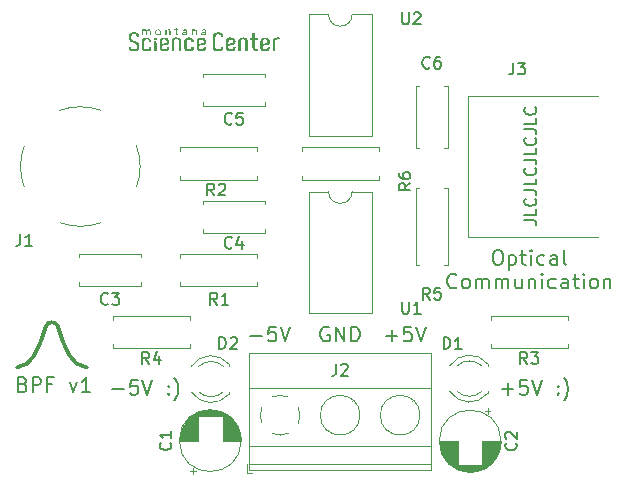
<source format=gto>
%TF.GenerationSoftware,KiCad,Pcbnew,(6.0.7-1)-1*%
%TF.CreationDate,2022-08-15T15:41:10-06:00*%
%TF.ProjectId,bpf,6270662e-6b69-4636-9164-5f7063625858,1*%
%TF.SameCoordinates,Original*%
%TF.FileFunction,Legend,Top*%
%TF.FilePolarity,Positive*%
%FSLAX46Y46*%
G04 Gerber Fmt 4.6, Leading zero omitted, Abs format (unit mm)*
G04 Created by KiCad (PCBNEW (6.0.7-1)-1) date 2022-08-15 15:41:10*
%MOMM*%
%LPD*%
G01*
G04 APERTURE LIST*
%ADD10C,0.150000*%
%ADD11C,0.300000*%
%ADD12C,0.120000*%
%ADD13C,1.600000*%
%ADD14O,1.600000X1.600000*%
%ADD15R,2.600000X2.600000*%
%ADD16C,2.600000*%
%ADD17C,3.200000*%
%ADD18R,1.800000X1.800000*%
%ADD19C,1.800000*%
%ADD20R,1.600000X1.600000*%
%ADD21C,3.556000*%
%ADD22C,3.810000*%
%ADD23O,2.200000X1.200000*%
%ADD24O,1.200000X2.200000*%
G04 APERTURE END LIST*
D10*
X118352380Y-108319047D02*
X119066666Y-108319047D01*
X119209523Y-108366666D01*
X119304761Y-108461904D01*
X119352380Y-108604761D01*
X119352380Y-108700000D01*
X119352380Y-107366666D02*
X119352380Y-107842857D01*
X118352380Y-107842857D01*
X119257142Y-106461904D02*
X119304761Y-106509523D01*
X119352380Y-106652380D01*
X119352380Y-106747619D01*
X119304761Y-106890476D01*
X119209523Y-106985714D01*
X119114285Y-107033333D01*
X118923809Y-107080952D01*
X118780952Y-107080952D01*
X118590476Y-107033333D01*
X118495238Y-106985714D01*
X118400000Y-106890476D01*
X118352380Y-106747619D01*
X118352380Y-106652380D01*
X118400000Y-106509523D01*
X118447619Y-106461904D01*
X118352380Y-105747619D02*
X119066666Y-105747619D01*
X119209523Y-105795238D01*
X119304761Y-105890476D01*
X119352380Y-106033333D01*
X119352380Y-106128571D01*
X119352380Y-104795238D02*
X119352380Y-105271428D01*
X118352380Y-105271428D01*
X119257142Y-103890476D02*
X119304761Y-103938095D01*
X119352380Y-104080952D01*
X119352380Y-104176190D01*
X119304761Y-104319047D01*
X119209523Y-104414285D01*
X119114285Y-104461904D01*
X118923809Y-104509523D01*
X118780952Y-104509523D01*
X118590476Y-104461904D01*
X118495238Y-104414285D01*
X118400000Y-104319047D01*
X118352380Y-104176190D01*
X118352380Y-104080952D01*
X118400000Y-103938095D01*
X118447619Y-103890476D01*
X118352380Y-103176190D02*
X119066666Y-103176190D01*
X119209523Y-103223809D01*
X119304761Y-103319047D01*
X119352380Y-103461904D01*
X119352380Y-103557142D01*
X119352380Y-102223809D02*
X119352380Y-102700000D01*
X118352380Y-102700000D01*
X119257142Y-101319047D02*
X119304761Y-101366666D01*
X119352380Y-101509523D01*
X119352380Y-101604761D01*
X119304761Y-101747619D01*
X119209523Y-101842857D01*
X119114285Y-101890476D01*
X118923809Y-101938095D01*
X118780952Y-101938095D01*
X118590476Y-101890476D01*
X118495238Y-101842857D01*
X118400000Y-101747619D01*
X118352380Y-101604761D01*
X118352380Y-101509523D01*
X118400000Y-101366666D01*
X118447619Y-101319047D01*
X118352380Y-100604761D02*
X119066666Y-100604761D01*
X119209523Y-100652380D01*
X119304761Y-100747619D01*
X119352380Y-100890476D01*
X119352380Y-100985714D01*
X119352380Y-99652380D02*
X119352380Y-100128571D01*
X118352380Y-100128571D01*
X119257142Y-98747619D02*
X119304761Y-98795238D01*
X119352380Y-98938095D01*
X119352380Y-99033333D01*
X119304761Y-99176190D01*
X119209523Y-99271428D01*
X119114285Y-99319047D01*
X118923809Y-99366666D01*
X118780952Y-99366666D01*
X118590476Y-99319047D01*
X118495238Y-99271428D01*
X118400000Y-99176190D01*
X118352380Y-99033333D01*
X118352380Y-98938095D01*
X118400000Y-98795238D01*
X118447619Y-98747619D01*
D11*
X79839645Y-119749979D02*
G75*
G03*
X81287670Y-120763950I1636755J796479D01*
G01*
X78839601Y-117250000D02*
G75*
G03*
X77839601Y-117250000I-500000J-237417D01*
G01*
X75391537Y-120763999D02*
G75*
G03*
X76839601Y-119750000I-188737J1810499D01*
G01*
X76839593Y-119749996D02*
G75*
G03*
X77839601Y-117250000I-9754393J5351796D01*
G01*
X78839591Y-117250002D02*
G75*
G03*
X79839601Y-119750000I9174409J2219802D01*
G01*
D10*
X116452380Y-122589285D02*
X117404761Y-122589285D01*
X116928571Y-123065476D02*
X116928571Y-122113095D01*
X118595238Y-121815476D02*
X118000000Y-121815476D01*
X117940476Y-122410714D01*
X118000000Y-122351190D01*
X118119047Y-122291666D01*
X118416666Y-122291666D01*
X118535714Y-122351190D01*
X118595238Y-122410714D01*
X118654761Y-122529761D01*
X118654761Y-122827380D01*
X118595238Y-122946428D01*
X118535714Y-123005952D01*
X118416666Y-123065476D01*
X118119047Y-123065476D01*
X118000000Y-123005952D01*
X117940476Y-122946428D01*
X119011904Y-121815476D02*
X119428571Y-123065476D01*
X119845238Y-121815476D01*
X121214285Y-122946428D02*
X121273809Y-123005952D01*
X121214285Y-123065476D01*
X121154761Y-123005952D01*
X121214285Y-122946428D01*
X121214285Y-123065476D01*
X121214285Y-122291666D02*
X121273809Y-122351190D01*
X121214285Y-122410714D01*
X121154761Y-122351190D01*
X121214285Y-122291666D01*
X121214285Y-122410714D01*
X121690476Y-123541666D02*
X121750000Y-123482142D01*
X121869047Y-123303571D01*
X121928571Y-123184523D01*
X121988095Y-123005952D01*
X122047619Y-122708333D01*
X122047619Y-122470238D01*
X121988095Y-122172619D01*
X121928571Y-121994047D01*
X121869047Y-121875000D01*
X121750000Y-121696428D01*
X121690476Y-121636904D01*
X75880952Y-122196554D02*
X76059523Y-122256078D01*
X76119047Y-122315601D01*
X76178571Y-122434649D01*
X76178571Y-122613220D01*
X76119047Y-122732268D01*
X76059523Y-122791792D01*
X75940476Y-122851316D01*
X75464285Y-122851316D01*
X75464285Y-121601316D01*
X75880952Y-121601316D01*
X76000000Y-121660840D01*
X76059523Y-121720363D01*
X76119047Y-121839411D01*
X76119047Y-121958459D01*
X76059523Y-122077506D01*
X76000000Y-122137030D01*
X75880952Y-122196554D01*
X75464285Y-122196554D01*
X76714285Y-122851316D02*
X76714285Y-121601316D01*
X77190476Y-121601316D01*
X77309523Y-121660840D01*
X77369047Y-121720363D01*
X77428571Y-121839411D01*
X77428571Y-122017982D01*
X77369047Y-122137030D01*
X77309523Y-122196554D01*
X77190476Y-122256078D01*
X76714285Y-122256078D01*
X78380952Y-122196554D02*
X77964285Y-122196554D01*
X77964285Y-122851316D02*
X77964285Y-121601316D01*
X78559523Y-121601316D01*
X79869047Y-122017982D02*
X80166666Y-122851316D01*
X80464285Y-122017982D01*
X81595238Y-122851316D02*
X80880952Y-122851316D01*
X81238095Y-122851316D02*
X81238095Y-121601316D01*
X81119047Y-121779887D01*
X81000000Y-121898935D01*
X80880952Y-121958459D01*
X101797619Y-117375000D02*
X101678571Y-117315476D01*
X101500000Y-117315476D01*
X101321428Y-117375000D01*
X101202380Y-117494047D01*
X101142857Y-117613095D01*
X101083333Y-117851190D01*
X101083333Y-118029761D01*
X101142857Y-118267857D01*
X101202380Y-118386904D01*
X101321428Y-118505952D01*
X101500000Y-118565476D01*
X101619047Y-118565476D01*
X101797619Y-118505952D01*
X101857142Y-118446428D01*
X101857142Y-118029761D01*
X101619047Y-118029761D01*
X102392857Y-118565476D02*
X102392857Y-117315476D01*
X103107142Y-118565476D01*
X103107142Y-117315476D01*
X103702380Y-118565476D02*
X103702380Y-117315476D01*
X104000000Y-117315476D01*
X104178571Y-117375000D01*
X104297619Y-117494047D01*
X104357142Y-117613095D01*
X104416666Y-117851190D01*
X104416666Y-118029761D01*
X104357142Y-118267857D01*
X104297619Y-118386904D01*
X104178571Y-118505952D01*
X104000000Y-118565476D01*
X103702380Y-118565476D01*
X95142857Y-118089285D02*
X96095238Y-118089285D01*
X97285714Y-117315476D02*
X96690476Y-117315476D01*
X96630952Y-117910714D01*
X96690476Y-117851190D01*
X96809523Y-117791666D01*
X97107142Y-117791666D01*
X97226190Y-117851190D01*
X97285714Y-117910714D01*
X97345238Y-118029761D01*
X97345238Y-118327380D01*
X97285714Y-118446428D01*
X97226190Y-118505952D01*
X97107142Y-118565476D01*
X96809523Y-118565476D01*
X96690476Y-118505952D01*
X96630952Y-118446428D01*
X97702380Y-117315476D02*
X98119047Y-118565476D01*
X98535714Y-117315476D01*
X83452380Y-122589285D02*
X84404761Y-122589285D01*
X85595238Y-121815476D02*
X85000000Y-121815476D01*
X84940476Y-122410714D01*
X85000000Y-122351190D01*
X85119047Y-122291666D01*
X85416666Y-122291666D01*
X85535714Y-122351190D01*
X85595238Y-122410714D01*
X85654761Y-122529761D01*
X85654761Y-122827380D01*
X85595238Y-122946428D01*
X85535714Y-123005952D01*
X85416666Y-123065476D01*
X85119047Y-123065476D01*
X85000000Y-123005952D01*
X84940476Y-122946428D01*
X86011904Y-121815476D02*
X86428571Y-123065476D01*
X86845238Y-121815476D01*
X88214285Y-122946428D02*
X88273809Y-123005952D01*
X88214285Y-123065476D01*
X88154761Y-123005952D01*
X88214285Y-122946428D01*
X88214285Y-123065476D01*
X88214285Y-122291666D02*
X88273809Y-122351190D01*
X88214285Y-122410714D01*
X88154761Y-122351190D01*
X88214285Y-122291666D01*
X88214285Y-122410714D01*
X88690476Y-123541666D02*
X88750000Y-123482142D01*
X88869047Y-123303571D01*
X88928571Y-123184523D01*
X88988095Y-123005952D01*
X89047619Y-122708333D01*
X89047619Y-122470238D01*
X88988095Y-122172619D01*
X88928571Y-121994047D01*
X88869047Y-121875000D01*
X88750000Y-121696428D01*
X88690476Y-121636904D01*
X106642857Y-118089285D02*
X107595238Y-118089285D01*
X107119047Y-118565476D02*
X107119047Y-117613095D01*
X108785714Y-117315476D02*
X108190476Y-117315476D01*
X108130952Y-117910714D01*
X108190476Y-117851190D01*
X108309523Y-117791666D01*
X108607142Y-117791666D01*
X108726190Y-117851190D01*
X108785714Y-117910714D01*
X108845238Y-118029761D01*
X108845238Y-118327380D01*
X108785714Y-118446428D01*
X108726190Y-118505952D01*
X108607142Y-118565476D01*
X108309523Y-118565476D01*
X108190476Y-118505952D01*
X108130952Y-118446428D01*
X109202380Y-117315476D02*
X109619047Y-118565476D01*
X110035714Y-117315476D01*
X115982142Y-110809226D02*
X116220238Y-110809226D01*
X116339285Y-110868750D01*
X116458333Y-110987797D01*
X116517857Y-111225892D01*
X116517857Y-111642559D01*
X116458333Y-111880654D01*
X116339285Y-111999702D01*
X116220238Y-112059226D01*
X115982142Y-112059226D01*
X115863095Y-111999702D01*
X115744047Y-111880654D01*
X115684523Y-111642559D01*
X115684523Y-111225892D01*
X115744047Y-110987797D01*
X115863095Y-110868750D01*
X115982142Y-110809226D01*
X117053571Y-111225892D02*
X117053571Y-112475892D01*
X117053571Y-111285416D02*
X117172619Y-111225892D01*
X117410714Y-111225892D01*
X117529761Y-111285416D01*
X117589285Y-111344940D01*
X117648809Y-111463988D01*
X117648809Y-111821130D01*
X117589285Y-111940178D01*
X117529761Y-111999702D01*
X117410714Y-112059226D01*
X117172619Y-112059226D01*
X117053571Y-111999702D01*
X118005952Y-111225892D02*
X118482142Y-111225892D01*
X118184523Y-110809226D02*
X118184523Y-111880654D01*
X118244047Y-111999702D01*
X118363095Y-112059226D01*
X118482142Y-112059226D01*
X118898809Y-112059226D02*
X118898809Y-111225892D01*
X118898809Y-110809226D02*
X118839285Y-110868750D01*
X118898809Y-110928273D01*
X118958333Y-110868750D01*
X118898809Y-110809226D01*
X118898809Y-110928273D01*
X120029761Y-111999702D02*
X119910714Y-112059226D01*
X119672619Y-112059226D01*
X119553571Y-111999702D01*
X119494047Y-111940178D01*
X119434523Y-111821130D01*
X119434523Y-111463988D01*
X119494047Y-111344940D01*
X119553571Y-111285416D01*
X119672619Y-111225892D01*
X119910714Y-111225892D01*
X120029761Y-111285416D01*
X121101190Y-112059226D02*
X121101190Y-111404464D01*
X121041666Y-111285416D01*
X120922619Y-111225892D01*
X120684523Y-111225892D01*
X120565476Y-111285416D01*
X121101190Y-111999702D02*
X120982142Y-112059226D01*
X120684523Y-112059226D01*
X120565476Y-111999702D01*
X120505952Y-111880654D01*
X120505952Y-111761607D01*
X120565476Y-111642559D01*
X120684523Y-111583035D01*
X120982142Y-111583035D01*
X121101190Y-111523511D01*
X121875000Y-112059226D02*
X121755952Y-111999702D01*
X121696428Y-111880654D01*
X121696428Y-110809226D01*
X112589285Y-113952678D02*
X112529761Y-114012202D01*
X112351190Y-114071726D01*
X112232142Y-114071726D01*
X112053571Y-114012202D01*
X111934523Y-113893154D01*
X111875000Y-113774107D01*
X111815476Y-113536011D01*
X111815476Y-113357440D01*
X111875000Y-113119345D01*
X111934523Y-113000297D01*
X112053571Y-112881250D01*
X112232142Y-112821726D01*
X112351190Y-112821726D01*
X112529761Y-112881250D01*
X112589285Y-112940773D01*
X113303571Y-114071726D02*
X113184523Y-114012202D01*
X113125000Y-113952678D01*
X113065476Y-113833630D01*
X113065476Y-113476488D01*
X113125000Y-113357440D01*
X113184523Y-113297916D01*
X113303571Y-113238392D01*
X113482142Y-113238392D01*
X113601190Y-113297916D01*
X113660714Y-113357440D01*
X113720238Y-113476488D01*
X113720238Y-113833630D01*
X113660714Y-113952678D01*
X113601190Y-114012202D01*
X113482142Y-114071726D01*
X113303571Y-114071726D01*
X114255952Y-114071726D02*
X114255952Y-113238392D01*
X114255952Y-113357440D02*
X114315476Y-113297916D01*
X114434523Y-113238392D01*
X114613095Y-113238392D01*
X114732142Y-113297916D01*
X114791666Y-113416964D01*
X114791666Y-114071726D01*
X114791666Y-113416964D02*
X114851190Y-113297916D01*
X114970238Y-113238392D01*
X115148809Y-113238392D01*
X115267857Y-113297916D01*
X115327380Y-113416964D01*
X115327380Y-114071726D01*
X115922619Y-114071726D02*
X115922619Y-113238392D01*
X115922619Y-113357440D02*
X115982142Y-113297916D01*
X116101190Y-113238392D01*
X116279761Y-113238392D01*
X116398809Y-113297916D01*
X116458333Y-113416964D01*
X116458333Y-114071726D01*
X116458333Y-113416964D02*
X116517857Y-113297916D01*
X116636904Y-113238392D01*
X116815476Y-113238392D01*
X116934523Y-113297916D01*
X116994047Y-113416964D01*
X116994047Y-114071726D01*
X118125000Y-113238392D02*
X118125000Y-114071726D01*
X117589285Y-113238392D02*
X117589285Y-113893154D01*
X117648809Y-114012202D01*
X117767857Y-114071726D01*
X117946428Y-114071726D01*
X118065476Y-114012202D01*
X118125000Y-113952678D01*
X118720238Y-113238392D02*
X118720238Y-114071726D01*
X118720238Y-113357440D02*
X118779761Y-113297916D01*
X118898809Y-113238392D01*
X119077380Y-113238392D01*
X119196428Y-113297916D01*
X119255952Y-113416964D01*
X119255952Y-114071726D01*
X119851190Y-114071726D02*
X119851190Y-113238392D01*
X119851190Y-112821726D02*
X119791666Y-112881250D01*
X119851190Y-112940773D01*
X119910714Y-112881250D01*
X119851190Y-112821726D01*
X119851190Y-112940773D01*
X120982142Y-114012202D02*
X120863095Y-114071726D01*
X120625000Y-114071726D01*
X120505952Y-114012202D01*
X120446428Y-113952678D01*
X120386904Y-113833630D01*
X120386904Y-113476488D01*
X120446428Y-113357440D01*
X120505952Y-113297916D01*
X120625000Y-113238392D01*
X120863095Y-113238392D01*
X120982142Y-113297916D01*
X122053571Y-114071726D02*
X122053571Y-113416964D01*
X121994047Y-113297916D01*
X121875000Y-113238392D01*
X121636904Y-113238392D01*
X121517857Y-113297916D01*
X122053571Y-114012202D02*
X121934523Y-114071726D01*
X121636904Y-114071726D01*
X121517857Y-114012202D01*
X121458333Y-113893154D01*
X121458333Y-113774107D01*
X121517857Y-113655059D01*
X121636904Y-113595535D01*
X121934523Y-113595535D01*
X122053571Y-113536011D01*
X122470238Y-113238392D02*
X122946428Y-113238392D01*
X122648809Y-112821726D02*
X122648809Y-113893154D01*
X122708333Y-114012202D01*
X122827380Y-114071726D01*
X122946428Y-114071726D01*
X123363095Y-114071726D02*
X123363095Y-113238392D01*
X123363095Y-112821726D02*
X123303571Y-112881250D01*
X123363095Y-112940773D01*
X123422619Y-112881250D01*
X123363095Y-112821726D01*
X123363095Y-112940773D01*
X124136904Y-114071726D02*
X124017857Y-114012202D01*
X123958333Y-113952678D01*
X123898809Y-113833630D01*
X123898809Y-113476488D01*
X123958333Y-113357440D01*
X124017857Y-113297916D01*
X124136904Y-113238392D01*
X124315476Y-113238392D01*
X124434523Y-113297916D01*
X124494047Y-113357440D01*
X124553571Y-113476488D01*
X124553571Y-113833630D01*
X124494047Y-113952678D01*
X124434523Y-114012202D01*
X124315476Y-114071726D01*
X124136904Y-114071726D01*
X125089285Y-113238392D02*
X125089285Y-114071726D01*
X125089285Y-113357440D02*
X125148809Y-113297916D01*
X125267857Y-113238392D01*
X125446428Y-113238392D01*
X125565476Y-113297916D01*
X125625000Y-113416964D01*
X125625000Y-114071726D01*
X92083333Y-106202380D02*
X91750000Y-105726190D01*
X91511904Y-106202380D02*
X91511904Y-105202380D01*
X91892857Y-105202380D01*
X91988095Y-105250000D01*
X92035714Y-105297619D01*
X92083333Y-105392857D01*
X92083333Y-105535714D01*
X92035714Y-105630952D01*
X91988095Y-105678571D01*
X91892857Y-105726190D01*
X91511904Y-105726190D01*
X92464285Y-105297619D02*
X92511904Y-105250000D01*
X92607142Y-105202380D01*
X92845238Y-105202380D01*
X92940476Y-105250000D01*
X92988095Y-105297619D01*
X93035714Y-105392857D01*
X93035714Y-105488095D01*
X92988095Y-105630952D01*
X92416666Y-106202380D01*
X93035714Y-106202380D01*
X102411666Y-120452380D02*
X102411666Y-121166666D01*
X102364047Y-121309523D01*
X102268809Y-121404761D01*
X102125952Y-121452380D01*
X102030714Y-121452380D01*
X102840238Y-120547619D02*
X102887857Y-120500000D01*
X102983095Y-120452380D01*
X103221190Y-120452380D01*
X103316428Y-120500000D01*
X103364047Y-120547619D01*
X103411666Y-120642857D01*
X103411666Y-120738095D01*
X103364047Y-120880952D01*
X102792619Y-121452380D01*
X103411666Y-121452380D01*
X92333333Y-115452380D02*
X92000000Y-114976190D01*
X91761904Y-115452380D02*
X91761904Y-114452380D01*
X92142857Y-114452380D01*
X92238095Y-114500000D01*
X92285714Y-114547619D01*
X92333333Y-114642857D01*
X92333333Y-114785714D01*
X92285714Y-114880952D01*
X92238095Y-114928571D01*
X92142857Y-114976190D01*
X91761904Y-114976190D01*
X93285714Y-115452380D02*
X92714285Y-115452380D01*
X93000000Y-115452380D02*
X93000000Y-114452380D01*
X92904761Y-114595238D01*
X92809523Y-114690476D01*
X92714285Y-114738095D01*
X111511904Y-119202380D02*
X111511904Y-118202380D01*
X111750000Y-118202380D01*
X111892857Y-118250000D01*
X111988095Y-118345238D01*
X112035714Y-118440476D01*
X112083333Y-118630952D01*
X112083333Y-118773809D01*
X112035714Y-118964285D01*
X111988095Y-119059523D01*
X111892857Y-119154761D01*
X111750000Y-119202380D01*
X111511904Y-119202380D01*
X113035714Y-119202380D02*
X112464285Y-119202380D01*
X112750000Y-119202380D02*
X112750000Y-118202380D01*
X112654761Y-118345238D01*
X112559523Y-118440476D01*
X112464285Y-118488095D01*
X93583333Y-110607142D02*
X93535714Y-110654761D01*
X93392857Y-110702380D01*
X93297619Y-110702380D01*
X93154761Y-110654761D01*
X93059523Y-110559523D01*
X93011904Y-110464285D01*
X92964285Y-110273809D01*
X92964285Y-110130952D01*
X93011904Y-109940476D01*
X93059523Y-109845238D01*
X93154761Y-109750000D01*
X93297619Y-109702380D01*
X93392857Y-109702380D01*
X93535714Y-109750000D01*
X93583333Y-109797619D01*
X94440476Y-110035714D02*
X94440476Y-110702380D01*
X94202380Y-109654761D02*
X93964285Y-110369047D01*
X94583333Y-110369047D01*
X88357142Y-127121778D02*
X88404761Y-127169397D01*
X88452380Y-127312254D01*
X88452380Y-127407492D01*
X88404761Y-127550350D01*
X88309523Y-127645588D01*
X88214285Y-127693207D01*
X88023809Y-127740826D01*
X87880952Y-127740826D01*
X87690476Y-127693207D01*
X87595238Y-127645588D01*
X87500000Y-127550350D01*
X87452380Y-127407492D01*
X87452380Y-127312254D01*
X87500000Y-127169397D01*
X87547619Y-127121778D01*
X88452380Y-126169397D02*
X88452380Y-126740826D01*
X88452380Y-126455112D02*
X87452380Y-126455112D01*
X87595238Y-126550350D01*
X87690476Y-126645588D01*
X87738095Y-126740826D01*
X107988095Y-115202380D02*
X107988095Y-116011904D01*
X108035714Y-116107142D01*
X108083333Y-116154761D01*
X108178571Y-116202380D01*
X108369047Y-116202380D01*
X108464285Y-116154761D01*
X108511904Y-116107142D01*
X108559523Y-116011904D01*
X108559523Y-115202380D01*
X109559523Y-116202380D02*
X108988095Y-116202380D01*
X109273809Y-116202380D02*
X109273809Y-115202380D01*
X109178571Y-115345238D01*
X109083333Y-115440476D01*
X108988095Y-115488095D01*
X110333333Y-95357142D02*
X110285714Y-95404761D01*
X110142857Y-95452380D01*
X110047619Y-95452380D01*
X109904761Y-95404761D01*
X109809523Y-95309523D01*
X109761904Y-95214285D01*
X109714285Y-95023809D01*
X109714285Y-94880952D01*
X109761904Y-94690476D01*
X109809523Y-94595238D01*
X109904761Y-94500000D01*
X110047619Y-94452380D01*
X110142857Y-94452380D01*
X110285714Y-94500000D01*
X110333333Y-94547619D01*
X111190476Y-94452380D02*
X111000000Y-94452380D01*
X110904761Y-94500000D01*
X110857142Y-94547619D01*
X110761904Y-94690476D01*
X110714285Y-94880952D01*
X110714285Y-95261904D01*
X110761904Y-95357142D01*
X110809523Y-95404761D01*
X110904761Y-95452380D01*
X111095238Y-95452380D01*
X111190476Y-95404761D01*
X111238095Y-95357142D01*
X111285714Y-95261904D01*
X111285714Y-95023809D01*
X111238095Y-94928571D01*
X111190476Y-94880952D01*
X111095238Y-94833333D01*
X110904761Y-94833333D01*
X110809523Y-94880952D01*
X110761904Y-94928571D01*
X110714285Y-95023809D01*
X118583333Y-120452380D02*
X118250000Y-119976190D01*
X118011904Y-120452380D02*
X118011904Y-119452380D01*
X118392857Y-119452380D01*
X118488095Y-119500000D01*
X118535714Y-119547619D01*
X118583333Y-119642857D01*
X118583333Y-119785714D01*
X118535714Y-119880952D01*
X118488095Y-119928571D01*
X118392857Y-119976190D01*
X118011904Y-119976190D01*
X118916666Y-119452380D02*
X119535714Y-119452380D01*
X119202380Y-119833333D01*
X119345238Y-119833333D01*
X119440476Y-119880952D01*
X119488095Y-119928571D01*
X119535714Y-120023809D01*
X119535714Y-120261904D01*
X119488095Y-120357142D01*
X119440476Y-120404761D01*
X119345238Y-120452380D01*
X119059523Y-120452380D01*
X118964285Y-120404761D01*
X118916666Y-120357142D01*
X108702380Y-105166666D02*
X108226190Y-105500000D01*
X108702380Y-105738095D02*
X107702380Y-105738095D01*
X107702380Y-105357142D01*
X107750000Y-105261904D01*
X107797619Y-105214285D01*
X107892857Y-105166666D01*
X108035714Y-105166666D01*
X108130952Y-105214285D01*
X108178571Y-105261904D01*
X108226190Y-105357142D01*
X108226190Y-105738095D01*
X107702380Y-104309523D02*
X107702380Y-104500000D01*
X107750000Y-104595238D01*
X107797619Y-104642857D01*
X107940476Y-104738095D01*
X108130952Y-104785714D01*
X108511904Y-104785714D01*
X108607142Y-104738095D01*
X108654761Y-104690476D01*
X108702380Y-104595238D01*
X108702380Y-104404761D01*
X108654761Y-104309523D01*
X108607142Y-104261904D01*
X108511904Y-104214285D01*
X108273809Y-104214285D01*
X108178571Y-104261904D01*
X108130952Y-104309523D01*
X108083333Y-104404761D01*
X108083333Y-104595238D01*
X108130952Y-104690476D01*
X108178571Y-104738095D01*
X108273809Y-104785714D01*
X110333333Y-115012380D02*
X110000000Y-114536190D01*
X109761904Y-115012380D02*
X109761904Y-114012380D01*
X110142857Y-114012380D01*
X110238095Y-114060000D01*
X110285714Y-114107619D01*
X110333333Y-114202857D01*
X110333333Y-114345714D01*
X110285714Y-114440952D01*
X110238095Y-114488571D01*
X110142857Y-114536190D01*
X109761904Y-114536190D01*
X111238095Y-114012380D02*
X110761904Y-114012380D01*
X110714285Y-114488571D01*
X110761904Y-114440952D01*
X110857142Y-114393333D01*
X111095238Y-114393333D01*
X111190476Y-114440952D01*
X111238095Y-114488571D01*
X111285714Y-114583809D01*
X111285714Y-114821904D01*
X111238095Y-114917142D01*
X111190476Y-114964761D01*
X111095238Y-115012380D01*
X110857142Y-115012380D01*
X110761904Y-114964761D01*
X110714285Y-114917142D01*
X117607142Y-127166666D02*
X117654761Y-127214285D01*
X117702380Y-127357142D01*
X117702380Y-127452380D01*
X117654761Y-127595238D01*
X117559523Y-127690476D01*
X117464285Y-127738095D01*
X117273809Y-127785714D01*
X117130952Y-127785714D01*
X116940476Y-127738095D01*
X116845238Y-127690476D01*
X116750000Y-127595238D01*
X116702380Y-127452380D01*
X116702380Y-127357142D01*
X116750000Y-127214285D01*
X116797619Y-127166666D01*
X116797619Y-126785714D02*
X116750000Y-126738095D01*
X116702380Y-126642857D01*
X116702380Y-126404761D01*
X116750000Y-126309523D01*
X116797619Y-126261904D01*
X116892857Y-126214285D01*
X116988095Y-126214285D01*
X117130952Y-126261904D01*
X117702380Y-126833333D01*
X117702380Y-126214285D01*
X92511904Y-119202380D02*
X92511904Y-118202380D01*
X92750000Y-118202380D01*
X92892857Y-118250000D01*
X92988095Y-118345238D01*
X93035714Y-118440476D01*
X93083333Y-118630952D01*
X93083333Y-118773809D01*
X93035714Y-118964285D01*
X92988095Y-119059523D01*
X92892857Y-119154761D01*
X92750000Y-119202380D01*
X92511904Y-119202380D01*
X93464285Y-118297619D02*
X93511904Y-118250000D01*
X93607142Y-118202380D01*
X93845238Y-118202380D01*
X93940476Y-118250000D01*
X93988095Y-118297619D01*
X94035714Y-118392857D01*
X94035714Y-118488095D01*
X93988095Y-118630952D01*
X93416666Y-119202380D01*
X94035714Y-119202380D01*
X75666666Y-109452380D02*
X75666666Y-110166666D01*
X75619047Y-110309523D01*
X75523809Y-110404761D01*
X75380952Y-110452380D01*
X75285714Y-110452380D01*
X76666666Y-110452380D02*
X76095238Y-110452380D01*
X76380952Y-110452380D02*
X76380952Y-109452380D01*
X76285714Y-109595238D01*
X76190476Y-109690476D01*
X76095238Y-109738095D01*
X93583333Y-100107142D02*
X93535714Y-100154761D01*
X93392857Y-100202380D01*
X93297619Y-100202380D01*
X93154761Y-100154761D01*
X93059523Y-100059523D01*
X93011904Y-99964285D01*
X92964285Y-99773809D01*
X92964285Y-99630952D01*
X93011904Y-99440476D01*
X93059523Y-99345238D01*
X93154761Y-99250000D01*
X93297619Y-99202380D01*
X93392857Y-99202380D01*
X93535714Y-99250000D01*
X93583333Y-99297619D01*
X94488095Y-99202380D02*
X94011904Y-99202380D01*
X93964285Y-99678571D01*
X94011904Y-99630952D01*
X94107142Y-99583333D01*
X94345238Y-99583333D01*
X94440476Y-99630952D01*
X94488095Y-99678571D01*
X94535714Y-99773809D01*
X94535714Y-100011904D01*
X94488095Y-100107142D01*
X94440476Y-100154761D01*
X94345238Y-100202380D01*
X94107142Y-100202380D01*
X94011904Y-100154761D01*
X93964285Y-100107142D01*
X117416666Y-94952380D02*
X117416666Y-95666666D01*
X117369047Y-95809523D01*
X117273809Y-95904761D01*
X117130952Y-95952380D01*
X117035714Y-95952380D01*
X117797619Y-94952380D02*
X118416666Y-94952380D01*
X118083333Y-95333333D01*
X118226190Y-95333333D01*
X118321428Y-95380952D01*
X118369047Y-95428571D01*
X118416666Y-95523809D01*
X118416666Y-95761904D01*
X118369047Y-95857142D01*
X118321428Y-95904761D01*
X118226190Y-95952380D01*
X117940476Y-95952380D01*
X117845238Y-95904761D01*
X117797619Y-95857142D01*
X86583333Y-120452380D02*
X86250000Y-119976190D01*
X86011904Y-120452380D02*
X86011904Y-119452380D01*
X86392857Y-119452380D01*
X86488095Y-119500000D01*
X86535714Y-119547619D01*
X86583333Y-119642857D01*
X86583333Y-119785714D01*
X86535714Y-119880952D01*
X86488095Y-119928571D01*
X86392857Y-119976190D01*
X86011904Y-119976190D01*
X87440476Y-119785714D02*
X87440476Y-120452380D01*
X87202380Y-119404761D02*
X86964285Y-120119047D01*
X87583333Y-120119047D01*
X83083333Y-115357142D02*
X83035714Y-115404761D01*
X82892857Y-115452380D01*
X82797619Y-115452380D01*
X82654761Y-115404761D01*
X82559523Y-115309523D01*
X82511904Y-115214285D01*
X82464285Y-115023809D01*
X82464285Y-114880952D01*
X82511904Y-114690476D01*
X82559523Y-114595238D01*
X82654761Y-114500000D01*
X82797619Y-114452380D01*
X82892857Y-114452380D01*
X83035714Y-114500000D01*
X83083333Y-114547619D01*
X83416666Y-114452380D02*
X84035714Y-114452380D01*
X83702380Y-114833333D01*
X83845238Y-114833333D01*
X83940476Y-114880952D01*
X83988095Y-114928571D01*
X84035714Y-115023809D01*
X84035714Y-115261904D01*
X83988095Y-115357142D01*
X83940476Y-115404761D01*
X83845238Y-115452380D01*
X83559523Y-115452380D01*
X83464285Y-115404761D01*
X83416666Y-115357142D01*
X107988095Y-90702380D02*
X107988095Y-91511904D01*
X108035714Y-91607142D01*
X108083333Y-91654761D01*
X108178571Y-91702380D01*
X108369047Y-91702380D01*
X108464285Y-91654761D01*
X108511904Y-91607142D01*
X108559523Y-91511904D01*
X108559523Y-90702380D01*
X108988095Y-90797619D02*
X109035714Y-90750000D01*
X109130952Y-90702380D01*
X109369047Y-90702380D01*
X109464285Y-90750000D01*
X109511904Y-90797619D01*
X109559523Y-90892857D01*
X109559523Y-90988095D01*
X109511904Y-91130952D01*
X108940476Y-91702380D01*
X109559523Y-91702380D01*
D12*
X89170000Y-102130000D02*
X89170000Y-102460000D01*
X95710000Y-102130000D02*
X89170000Y-102130000D01*
X89170000Y-104870000D02*
X89170000Y-104540000D01*
X95710000Y-102460000D02*
X95710000Y-102130000D01*
X95710000Y-104870000D02*
X89170000Y-104870000D01*
X95710000Y-104540000D02*
X95710000Y-104870000D01*
X104020000Y-123736000D02*
X103973000Y-123782000D01*
X110425000Y-119544000D02*
X110425000Y-129465000D01*
X95065000Y-119544000D02*
X95065000Y-129465000D01*
X101711000Y-126044000D02*
X101676000Y-126079000D01*
X106598000Y-125828000D02*
X106551000Y-125874000D01*
X95065000Y-128905000D02*
X110425000Y-128905000D01*
X94825000Y-128965000D02*
X94825000Y-129705000D01*
X101518000Y-125828000D02*
X101471000Y-125874000D01*
X94825000Y-129705000D02*
X95325000Y-129705000D01*
X103815000Y-123530000D02*
X103780000Y-123566000D01*
X95065000Y-127405000D02*
X110425000Y-127405000D01*
X95065000Y-122504000D02*
X110425000Y-122504000D01*
X109100000Y-123736000D02*
X109053000Y-123782000D01*
X108895000Y-123530000D02*
X108860000Y-123566000D01*
X106791000Y-126044000D02*
X106756000Y-126079000D01*
X95065000Y-119544000D02*
X110425000Y-119544000D01*
X95065000Y-129465000D02*
X110425000Y-129465000D01*
X96981000Y-126340000D02*
G75*
G03*
X97693805Y-126485253I683999J1535001D01*
G01*
X96130000Y-124121000D02*
G75*
G03*
X96129573Y-125488042I1534993J-684001D01*
G01*
X97665000Y-126485000D02*
G75*
G03*
X98348318Y-126339756I0J1680000D01*
G01*
X99200001Y-125489000D02*
G75*
G03*
X99200427Y-124121958I-1535001J684000D01*
G01*
X98349000Y-123270000D02*
G75*
G03*
X96981958Y-123269573I-684001J-1534993D01*
G01*
X109505000Y-124805000D02*
G75*
G03*
X109505000Y-124805000I-1680000J0D01*
G01*
X104425000Y-124805000D02*
G75*
G03*
X104425000Y-124805000I-1680000J0D01*
G01*
X89170000Y-113540000D02*
X89170000Y-113870000D01*
X95710000Y-113870000D02*
X95710000Y-113540000D01*
X89170000Y-111130000D02*
X95710000Y-111130000D01*
X89170000Y-111460000D02*
X89170000Y-111130000D01*
X89170000Y-113870000D02*
X95710000Y-113870000D01*
X95710000Y-111130000D02*
X95710000Y-111460000D01*
X115255000Y-120625000D02*
X115255000Y-120469000D01*
X115255000Y-122941000D02*
X115255000Y-122785000D01*
X112653870Y-122784837D02*
G75*
G03*
X114735961Y-122785000I1041130J1079837D01*
G01*
X112022665Y-122783608D02*
G75*
G03*
X115255000Y-122940516I1672335J1078608D01*
G01*
X115255000Y-120469484D02*
G75*
G03*
X112022665Y-120626392I-1560000J-1235516D01*
G01*
X114735961Y-120625000D02*
G75*
G03*
X112653870Y-120625163I-1040961J-1080000D01*
G01*
X96370000Y-106630000D02*
X91130000Y-106630000D01*
X91130000Y-109370000D02*
X91130000Y-109055000D01*
X96370000Y-109370000D02*
X91130000Y-109370000D01*
X96370000Y-106945000D02*
X96370000Y-106630000D01*
X91130000Y-106945000D02*
X91130000Y-106630000D01*
X96370000Y-109370000D02*
X96370000Y-109055000D01*
X89174000Y-126795112D02*
X90710000Y-126795112D01*
X90572000Y-124634112D02*
X92928000Y-124634112D01*
X92790000Y-125594112D02*
X93950000Y-125594112D01*
X89295000Y-126154112D02*
X90710000Y-126154112D01*
X89214000Y-126475112D02*
X90710000Y-126475112D01*
X92790000Y-125154112D02*
X93614000Y-125154112D01*
X92790000Y-126475112D02*
X94286000Y-126475112D01*
X91232000Y-124394112D02*
X92268000Y-124394112D01*
X89222000Y-126435112D02*
X90710000Y-126435112D01*
X92790000Y-126915112D02*
X94330000Y-126915112D01*
X89550000Y-125594112D02*
X90710000Y-125594112D01*
X92790000Y-124954112D02*
X93403000Y-124954112D01*
X92790000Y-126355112D02*
X94261000Y-126355112D01*
X89421000Y-125834112D02*
X90710000Y-125834112D01*
X90250000Y-124834112D02*
X93250000Y-124834112D01*
X92790000Y-125754112D02*
X94040000Y-125754112D01*
X89601000Y-125514112D02*
X90710000Y-125514112D01*
X89460000Y-125754112D02*
X90710000Y-125754112D01*
X92790000Y-126154112D02*
X94205000Y-126154112D01*
X90652000Y-124594112D02*
X92848000Y-124594112D01*
X90431000Y-124714112D02*
X93069000Y-124714112D01*
X89482000Y-125714112D02*
X90710000Y-125714112D01*
X92790000Y-125234112D02*
X93687000Y-125234112D01*
X92790000Y-126114112D02*
X94192000Y-126114112D01*
X89685000Y-125394112D02*
X90710000Y-125394112D01*
X90367000Y-124754112D02*
X93133000Y-124754112D01*
X92790000Y-126234112D02*
X94230000Y-126234112D01*
X89189000Y-126635112D02*
X90710000Y-126635112D01*
X89207000Y-126515112D02*
X90710000Y-126515112D01*
X92790000Y-126955112D02*
X94330000Y-126955112D01*
X90025000Y-129509887D02*
X90525000Y-129509887D01*
X92790000Y-126435112D02*
X94278000Y-126435112D01*
X89746000Y-125314112D02*
X90710000Y-125314112D01*
X89181000Y-126715112D02*
X90710000Y-126715112D01*
X92790000Y-126034112D02*
X94164000Y-126034112D01*
X92790000Y-126315112D02*
X94251000Y-126315112D01*
X90945000Y-124474112D02*
X92555000Y-124474112D01*
X89270000Y-126234112D02*
X90710000Y-126234112D01*
X91466000Y-124354112D02*
X92034000Y-124354112D01*
X92790000Y-126755112D02*
X94323000Y-126755112D01*
X89239000Y-126355112D02*
X90710000Y-126355112D01*
X90739000Y-124554112D02*
X92761000Y-124554112D01*
X92790000Y-126675112D02*
X94315000Y-126675112D01*
X90275000Y-129759887D02*
X90275000Y-129259887D01*
X89813000Y-125234112D02*
X90710000Y-125234112D01*
X90835000Y-124514112D02*
X92665000Y-124514112D01*
X89886000Y-125154112D02*
X90710000Y-125154112D01*
X92790000Y-126595112D02*
X94306000Y-126595112D01*
X90196000Y-124874112D02*
X93304000Y-124874112D01*
X89655000Y-125434112D02*
X90710000Y-125434112D01*
X89177000Y-126755112D02*
X90710000Y-126755112D01*
X92790000Y-126635112D02*
X94311000Y-126635112D01*
X90051000Y-124994112D02*
X90710000Y-124994112D01*
X92790000Y-126555112D02*
X94300000Y-126555112D01*
X89185000Y-126675112D02*
X90710000Y-126675112D01*
X89715000Y-125354112D02*
X90710000Y-125354112D01*
X92790000Y-125914112D02*
X94115000Y-125914112D01*
X92790000Y-125034112D02*
X93493000Y-125034112D01*
X89200000Y-126555112D02*
X90710000Y-126555112D01*
X89440000Y-125794112D02*
X90710000Y-125794112D01*
X90307000Y-124794112D02*
X93193000Y-124794112D01*
X92790000Y-125394112D02*
X93815000Y-125394112D01*
X89628000Y-125474112D02*
X90710000Y-125474112D01*
X92790000Y-126715112D02*
X94319000Y-126715112D01*
X92790000Y-125514112D02*
X93899000Y-125514112D01*
X92790000Y-125474112D02*
X93872000Y-125474112D01*
X92790000Y-125074112D02*
X93535000Y-125074112D01*
X92790000Y-126515112D02*
X94293000Y-126515112D01*
X92790000Y-126275112D02*
X94241000Y-126275112D01*
X92790000Y-125874112D02*
X94098000Y-125874112D01*
X89526000Y-125634112D02*
X90710000Y-125634112D01*
X92790000Y-126395112D02*
X94270000Y-126395112D01*
X89385000Y-125914112D02*
X90710000Y-125914112D01*
X90145000Y-124914112D02*
X93355000Y-124914112D01*
X92790000Y-125714112D02*
X94018000Y-125714112D01*
X89368000Y-125954112D02*
X90710000Y-125954112D01*
X92790000Y-125554112D02*
X93925000Y-125554112D01*
X89170000Y-126915112D02*
X90710000Y-126915112D01*
X92790000Y-125194112D02*
X93651000Y-125194112D01*
X90097000Y-124954112D02*
X90710000Y-124954112D01*
X91073000Y-124434112D02*
X92427000Y-124434112D01*
X92790000Y-126795112D02*
X94326000Y-126795112D01*
X89352000Y-125994112D02*
X90710000Y-125994112D01*
X92790000Y-125954112D02*
X94132000Y-125954112D01*
X92790000Y-126835112D02*
X94328000Y-126835112D01*
X92790000Y-125354112D02*
X93785000Y-125354112D01*
X92790000Y-125674112D02*
X93997000Y-125674112D01*
X92790000Y-125834112D02*
X94079000Y-125834112D01*
X89308000Y-126114112D02*
X90710000Y-126114112D01*
X89170000Y-126955112D02*
X90710000Y-126955112D01*
X92790000Y-125114112D02*
X93576000Y-125114112D01*
X92790000Y-124994112D02*
X93449000Y-124994112D01*
X89924000Y-125114112D02*
X90710000Y-125114112D01*
X89172000Y-126835112D02*
X90710000Y-126835112D01*
X89230000Y-126395112D02*
X90710000Y-126395112D01*
X92790000Y-126074112D02*
X94178000Y-126074112D01*
X92790000Y-125274112D02*
X93721000Y-125274112D01*
X92790000Y-125314112D02*
X93754000Y-125314112D01*
X92790000Y-125434112D02*
X93845000Y-125434112D01*
X89779000Y-125274112D02*
X90710000Y-125274112D01*
X89249000Y-126315112D02*
X90710000Y-126315112D01*
X89322000Y-126074112D02*
X90710000Y-126074112D01*
X90007000Y-125034112D02*
X90710000Y-125034112D01*
X90499000Y-124674112D02*
X93001000Y-124674112D01*
X89849000Y-125194112D02*
X90710000Y-125194112D01*
X89965000Y-125074112D02*
X90710000Y-125074112D01*
X92790000Y-125994112D02*
X94148000Y-125994112D01*
X92790000Y-125794112D02*
X94060000Y-125794112D01*
X89402000Y-125874112D02*
X90710000Y-125874112D01*
X89575000Y-125554112D02*
X90710000Y-125554112D01*
X92790000Y-126875112D02*
X94329000Y-126875112D01*
X89282000Y-126194112D02*
X90710000Y-126194112D01*
X89336000Y-126034112D02*
X90710000Y-126034112D01*
X89194000Y-126595112D02*
X90710000Y-126595112D01*
X89259000Y-126275112D02*
X90710000Y-126275112D01*
X89503000Y-125674112D02*
X90710000Y-125674112D01*
X92790000Y-125634112D02*
X93974000Y-125634112D01*
X92790000Y-126194112D02*
X94218000Y-126194112D01*
X89171000Y-126875112D02*
X90710000Y-126875112D01*
X94370000Y-126955112D02*
G75*
G03*
X94370000Y-126955112I-2620000J0D01*
G01*
X100110000Y-105870000D02*
X100110000Y-116150000D01*
X105410000Y-116150000D02*
X105410000Y-105870000D01*
X100110000Y-116150000D02*
X105410000Y-116150000D01*
X101760000Y-105870000D02*
X100110000Y-105870000D01*
X105410000Y-105870000D02*
X103760000Y-105870000D01*
X101760000Y-105870000D02*
G75*
G03*
X103760000Y-105870000I1000000J0D01*
G01*
X109130000Y-102170000D02*
X109130000Y-96930000D01*
X109130000Y-96930000D02*
X109445000Y-96930000D01*
X111870000Y-102170000D02*
X111870000Y-96930000D01*
X109130000Y-102170000D02*
X109445000Y-102170000D01*
X111555000Y-96930000D02*
X111870000Y-96930000D01*
X111555000Y-102170000D02*
X111870000Y-102170000D01*
X115480000Y-116710000D02*
X115480000Y-116380000D01*
X115480000Y-118790000D02*
X115480000Y-119120000D01*
X115480000Y-116380000D02*
X122020000Y-116380000D01*
X122020000Y-119120000D02*
X122020000Y-118790000D01*
X115480000Y-119120000D02*
X122020000Y-119120000D01*
X122020000Y-116380000D02*
X122020000Y-116710000D01*
X99480000Y-102460000D02*
X99480000Y-102130000D01*
X99480000Y-102130000D02*
X106020000Y-102130000D01*
X99480000Y-104870000D02*
X106020000Y-104870000D01*
X99480000Y-104540000D02*
X99480000Y-104870000D01*
X106020000Y-102130000D02*
X106020000Y-102460000D01*
X106020000Y-104870000D02*
X106020000Y-104540000D01*
X109130000Y-112080000D02*
X109460000Y-112080000D01*
X109130000Y-105540000D02*
X109130000Y-112080000D01*
X111870000Y-112080000D02*
X111540000Y-112080000D01*
X111540000Y-105540000D02*
X111870000Y-105540000D01*
X111870000Y-105540000D02*
X111870000Y-112080000D01*
X109460000Y-105540000D02*
X109130000Y-105540000D01*
X116306000Y-127360000D02*
X114790000Y-127360000D01*
X114555000Y-129481000D02*
X112945000Y-129481000D01*
X115950000Y-128361000D02*
X114790000Y-128361000D01*
X114928000Y-129321000D02*
X112572000Y-129321000D01*
X116205000Y-127801000D02*
X114790000Y-127801000D01*
X114268000Y-129561000D02*
X113232000Y-129561000D01*
X115754000Y-128641000D02*
X114790000Y-128641000D01*
X116148000Y-127961000D02*
X114790000Y-127961000D01*
X116315000Y-127280000D02*
X114790000Y-127280000D01*
X115133000Y-129201000D02*
X112367000Y-129201000D01*
X112710000Y-127440000D02*
X111207000Y-127440000D01*
X116330000Y-127040000D02*
X114790000Y-127040000D01*
X114848000Y-129361000D02*
X112652000Y-129361000D01*
X116326000Y-127160000D02*
X114790000Y-127160000D01*
X112710000Y-127480000D02*
X111214000Y-127480000D01*
X116261000Y-127600000D02*
X114790000Y-127600000D01*
X116018000Y-128241000D02*
X114790000Y-128241000D01*
X112710000Y-128801000D02*
X111886000Y-128801000D01*
X116328000Y-127120000D02*
X114790000Y-127120000D01*
X115899000Y-128441000D02*
X114790000Y-128441000D01*
X116115000Y-128041000D02*
X114790000Y-128041000D01*
X116270000Y-127560000D02*
X114790000Y-127560000D01*
X112710000Y-128841000D02*
X111924000Y-128841000D01*
X116300000Y-127400000D02*
X114790000Y-127400000D01*
X112710000Y-128561000D02*
X111685000Y-128561000D01*
X116293000Y-127440000D02*
X114790000Y-127440000D01*
X112710000Y-127600000D02*
X111239000Y-127600000D01*
X116060000Y-128161000D02*
X114790000Y-128161000D01*
X115449000Y-128961000D02*
X114790000Y-128961000D01*
X116323000Y-127200000D02*
X114790000Y-127200000D01*
X112710000Y-127080000D02*
X111171000Y-127080000D01*
X112710000Y-128281000D02*
X111503000Y-128281000D01*
X112710000Y-128881000D02*
X111965000Y-128881000D01*
X114427000Y-129521000D02*
X113073000Y-129521000D01*
X112710000Y-128521000D02*
X111655000Y-128521000D01*
X112710000Y-128041000D02*
X111385000Y-128041000D01*
X115403000Y-129001000D02*
X114790000Y-129001000D01*
X112710000Y-127761000D02*
X111282000Y-127761000D01*
X115614000Y-128801000D02*
X114790000Y-128801000D01*
X115535000Y-128881000D02*
X114790000Y-128881000D01*
X112710000Y-128001000D02*
X111368000Y-128001000D01*
X112710000Y-127680000D02*
X111259000Y-127680000D01*
X112710000Y-128201000D02*
X111460000Y-128201000D01*
X115193000Y-129161000D02*
X112307000Y-129161000D01*
X115974000Y-128321000D02*
X114790000Y-128321000D01*
X116040000Y-128201000D02*
X114790000Y-128201000D01*
X115250000Y-129121000D02*
X112250000Y-129121000D01*
X112710000Y-127400000D02*
X111200000Y-127400000D01*
X112710000Y-128641000D02*
X111746000Y-128641000D01*
X114761000Y-129401000D02*
X112739000Y-129401000D01*
X112710000Y-128761000D02*
X111849000Y-128761000D01*
X112710000Y-128161000D02*
X111440000Y-128161000D01*
X116278000Y-127520000D02*
X114790000Y-127520000D01*
X112710000Y-128361000D02*
X111550000Y-128361000D01*
X112710000Y-127640000D02*
X111249000Y-127640000D01*
X112710000Y-128481000D02*
X111628000Y-128481000D01*
X115576000Y-128841000D02*
X114790000Y-128841000D01*
X116286000Y-127480000D02*
X114790000Y-127480000D01*
X116311000Y-127320000D02*
X114790000Y-127320000D01*
X115225000Y-124195225D02*
X115225000Y-124695225D01*
X115355000Y-129041000D02*
X112145000Y-129041000D01*
X112710000Y-128401000D02*
X111575000Y-128401000D01*
X116192000Y-127841000D02*
X114790000Y-127841000D01*
X112710000Y-128921000D02*
X112007000Y-128921000D01*
X115687000Y-128721000D02*
X114790000Y-128721000D01*
X115304000Y-129081000D02*
X112196000Y-129081000D01*
X112710000Y-129001000D02*
X112097000Y-129001000D01*
X112710000Y-128721000D02*
X111813000Y-128721000D01*
X112710000Y-127921000D02*
X111336000Y-127921000D01*
X116330000Y-127000000D02*
X114790000Y-127000000D01*
X115721000Y-128681000D02*
X114790000Y-128681000D01*
X115925000Y-128401000D02*
X114790000Y-128401000D01*
X112710000Y-127881000D02*
X111322000Y-127881000D01*
X112710000Y-127160000D02*
X111174000Y-127160000D01*
X112710000Y-127520000D02*
X111222000Y-127520000D01*
X115001000Y-129281000D02*
X112499000Y-129281000D01*
X112710000Y-128601000D02*
X111715000Y-128601000D01*
X115475000Y-124445225D02*
X114975000Y-124445225D01*
X112710000Y-127120000D02*
X111172000Y-127120000D01*
X112710000Y-128121000D02*
X111421000Y-128121000D01*
X116132000Y-128001000D02*
X114790000Y-128001000D01*
X116329000Y-127080000D02*
X114790000Y-127080000D01*
X116241000Y-127680000D02*
X114790000Y-127680000D01*
X115872000Y-128481000D02*
X114790000Y-128481000D01*
X112710000Y-128961000D02*
X112051000Y-128961000D01*
X116251000Y-127640000D02*
X114790000Y-127640000D01*
X115651000Y-128761000D02*
X114790000Y-128761000D01*
X116098000Y-128081000D02*
X114790000Y-128081000D01*
X115997000Y-128281000D02*
X114790000Y-128281000D01*
X112710000Y-128321000D02*
X111526000Y-128321000D01*
X115785000Y-128601000D02*
X114790000Y-128601000D01*
X112710000Y-127721000D02*
X111270000Y-127721000D01*
X112710000Y-127320000D02*
X111189000Y-127320000D01*
X112710000Y-127280000D02*
X111185000Y-127280000D01*
X112710000Y-128081000D02*
X111402000Y-128081000D01*
X115815000Y-128561000D02*
X114790000Y-128561000D01*
X116319000Y-127240000D02*
X114790000Y-127240000D01*
X112710000Y-127200000D02*
X111177000Y-127200000D01*
X112710000Y-127000000D02*
X111170000Y-127000000D01*
X116230000Y-127721000D02*
X114790000Y-127721000D01*
X112710000Y-127841000D02*
X111308000Y-127841000D01*
X114034000Y-129601000D02*
X113466000Y-129601000D01*
X112710000Y-127801000D02*
X111295000Y-127801000D01*
X112710000Y-127360000D02*
X111194000Y-127360000D01*
X115845000Y-128521000D02*
X114790000Y-128521000D01*
X112710000Y-128681000D02*
X111779000Y-128681000D01*
X116079000Y-128121000D02*
X114790000Y-128121000D01*
X116178000Y-127881000D02*
X114790000Y-127881000D01*
X116164000Y-127921000D02*
X114790000Y-127921000D01*
X112710000Y-127240000D02*
X111181000Y-127240000D01*
X112710000Y-127560000D02*
X111230000Y-127560000D01*
X114665000Y-129441000D02*
X112835000Y-129441000D01*
X112710000Y-128441000D02*
X111601000Y-128441000D01*
X112710000Y-127040000D02*
X111170000Y-127040000D01*
X112710000Y-127961000D02*
X111352000Y-127961000D01*
X115493000Y-128921000D02*
X114790000Y-128921000D01*
X115069000Y-129241000D02*
X112431000Y-129241000D01*
X112710000Y-128241000D02*
X111482000Y-128241000D01*
X116218000Y-127761000D02*
X114790000Y-127761000D01*
X116370000Y-127000000D02*
G75*
G03*
X116370000Y-127000000I-2620000J0D01*
G01*
X93375000Y-120670000D02*
X93375000Y-120514000D01*
X93375000Y-122986000D02*
X93375000Y-122830000D01*
X92855961Y-120670000D02*
G75*
G03*
X90773870Y-120670163I-1040961J-1080000D01*
G01*
X93375000Y-120514484D02*
G75*
G03*
X90142665Y-120671392I-1560000J-1235516D01*
G01*
X90773870Y-122829837D02*
G75*
G03*
X92855961Y-122830000I1041130J1079837D01*
G01*
X90142665Y-122828608D02*
G75*
G03*
X93375000Y-122985516I1672335J1078608D01*
G01*
X82462663Y-98986411D02*
G75*
G03*
X79000000Y-99000000I-1712664J-4763588D01*
G01*
X75986411Y-102037337D02*
G75*
G03*
X76000000Y-105500000I4763588J-1712664D01*
G01*
X85513589Y-105462663D02*
G75*
G03*
X85500000Y-102000000I-4763589J1712663D01*
G01*
X79037337Y-108513589D02*
G75*
G03*
X82500000Y-108500000I1712663J4763589D01*
G01*
X91130000Y-95880000D02*
X96370000Y-95880000D01*
X96370000Y-95880000D02*
X96370000Y-96195000D01*
X91130000Y-98620000D02*
X96370000Y-98620000D01*
X91130000Y-95880000D02*
X91130000Y-96195000D01*
X96370000Y-98305000D02*
X96370000Y-98620000D01*
X91130000Y-98305000D02*
X91130000Y-98620000D01*
X124550000Y-109750000D02*
X113550000Y-109750000D01*
X113550000Y-97750000D02*
X124550000Y-97750000D01*
X113550000Y-109750000D02*
X113550000Y-97750000D01*
X90020000Y-116380000D02*
X83480000Y-116380000D01*
X90020000Y-119120000D02*
X83480000Y-119120000D01*
X90020000Y-118790000D02*
X90020000Y-119120000D01*
X90020000Y-116710000D02*
X90020000Y-116380000D01*
X83480000Y-119120000D02*
X83480000Y-118790000D01*
X83480000Y-116380000D02*
X83480000Y-116710000D01*
G36*
X87110674Y-92267464D02*
G01*
X87154390Y-92206266D01*
X87216316Y-92160043D01*
X87294991Y-92134400D01*
X87339154Y-92131045D01*
X87425088Y-92144530D01*
X87495210Y-92181258D01*
X87548068Y-92235637D01*
X87582210Y-92302077D01*
X87596183Y-92374986D01*
X87588537Y-92448774D01*
X87557819Y-92517849D01*
X87502577Y-92576620D01*
X87461549Y-92602356D01*
X87380618Y-92632796D01*
X87305898Y-92634583D01*
X87227614Y-92607700D01*
X87216379Y-92601947D01*
X87147129Y-92549933D01*
X87103395Y-92484873D01*
X87083715Y-92412372D01*
X87085113Y-92376705D01*
X87183376Y-92376705D01*
X87191256Y-92448430D01*
X87217457Y-92497615D01*
X87265819Y-92531148D01*
X87270755Y-92533359D01*
X87313115Y-92550512D01*
X87342324Y-92554652D01*
X87374954Y-92545865D01*
X87403952Y-92534054D01*
X87455773Y-92502291D01*
X87484669Y-92456265D01*
X87494780Y-92388811D01*
X87494932Y-92376705D01*
X87481592Y-92307887D01*
X87446140Y-92255656D01*
X87395429Y-92223024D01*
X87336313Y-92213002D01*
X87275645Y-92228604D01*
X87231308Y-92260843D01*
X87196760Y-92305291D01*
X87184093Y-92355069D01*
X87183376Y-92376705D01*
X87085113Y-92376705D01*
X87086628Y-92338034D01*
X87110674Y-92267464D01*
G37*
G36*
X91003557Y-92410577D02*
G01*
X91035198Y-92380048D01*
X91089996Y-92353751D01*
X91158322Y-92335151D01*
X91230545Y-92327712D01*
X91233934Y-92327695D01*
X91284782Y-92325233D01*
X91309750Y-92316454D01*
X91315591Y-92302020D01*
X91301696Y-92251747D01*
X91264933Y-92217202D01*
X91212688Y-92201450D01*
X91152346Y-92207556D01*
X91119633Y-92220689D01*
X91079127Y-92237208D01*
X91052745Y-92234386D01*
X91043851Y-92228331D01*
X91023877Y-92204451D01*
X91020433Y-92193669D01*
X91035285Y-92174932D01*
X91073858Y-92156540D01*
X91127175Y-92141365D01*
X91186257Y-92132284D01*
X91216419Y-92130923D01*
X91273887Y-92134898D01*
X91314523Y-92150370D01*
X91346766Y-92176017D01*
X91366937Y-92196130D01*
X91380747Y-92216180D01*
X91389692Y-92242826D01*
X91395271Y-92282731D01*
X91398981Y-92342555D01*
X91402070Y-92421982D01*
X91409285Y-92622853D01*
X91370637Y-92622853D01*
X91339615Y-92614073D01*
X91331988Y-92590552D01*
X91330007Y-92571956D01*
X91319213Y-92569878D01*
X91292333Y-92585318D01*
X91272308Y-92598751D01*
X91195868Y-92632479D01*
X91115352Y-92634138D01*
X91071113Y-92621376D01*
X91031663Y-92597993D01*
X91010144Y-92577322D01*
X90993353Y-92534921D01*
X90988816Y-92478752D01*
X90989713Y-92473079D01*
X91075856Y-92473079D01*
X91082723Y-92515573D01*
X91100787Y-92542900D01*
X91129299Y-92554905D01*
X91170703Y-92557262D01*
X91235542Y-92547665D01*
X91277639Y-92521609D01*
X91308750Y-92473930D01*
X91315591Y-92437590D01*
X91315591Y-92389225D01*
X91224429Y-92396784D01*
X91148080Y-92410723D01*
X91097895Y-92436709D01*
X91075856Y-92473079D01*
X90989713Y-92473079D01*
X90997199Y-92425728D01*
X91003557Y-92410577D01*
G37*
G36*
X87039077Y-93111504D02*
G01*
X87072862Y-93126886D01*
X87120062Y-93130287D01*
X87163563Y-93121708D01*
X87180097Y-93111504D01*
X87186166Y-93112353D01*
X87190940Y-93130233D01*
X87194543Y-93167865D01*
X87197101Y-93227969D01*
X87198740Y-93313265D01*
X87199585Y-93426475D01*
X87199774Y-93537844D01*
X87199774Y-93983860D01*
X87019400Y-93983860D01*
X87019400Y-93537844D01*
X87019705Y-93400575D01*
X87020704Y-93293376D01*
X87022524Y-93213527D01*
X87025288Y-93158306D01*
X87029123Y-93124993D01*
X87034155Y-93110868D01*
X87039077Y-93111504D01*
G37*
G36*
X92484171Y-92386663D02*
G01*
X92539852Y-92389986D01*
X92583395Y-92398357D01*
X92625115Y-92413655D01*
X92668399Y-92434280D01*
X92728836Y-92468220D01*
X92768434Y-92502016D01*
X92797700Y-92545172D01*
X92803680Y-92556638D01*
X92826199Y-92614292D01*
X92839257Y-92672883D01*
X92840575Y-92691918D01*
X92840575Y-92754035D01*
X92647994Y-92754035D01*
X92638093Y-92692116D01*
X92625698Y-92642712D01*
X92608410Y-92603405D01*
X92606061Y-92599932D01*
X92570693Y-92575339D01*
X92512886Y-92559217D01*
X92441901Y-92551645D01*
X92367005Y-92552704D01*
X92297460Y-92562475D01*
X92242530Y-92581038D01*
X92220298Y-92596573D01*
X92212729Y-92607053D01*
X92206595Y-92624067D01*
X92201703Y-92651005D01*
X92197863Y-92691259D01*
X92194883Y-92748218D01*
X92192573Y-92825272D01*
X92190741Y-92925813D01*
X92189197Y-93053230D01*
X92188119Y-93167779D01*
X92186947Y-93327771D01*
X92186744Y-93458183D01*
X92187874Y-93562225D01*
X92190699Y-93643108D01*
X92195584Y-93704043D01*
X92202891Y-93748238D01*
X92212984Y-93778906D01*
X92226226Y-93799254D01*
X92242981Y-93812495D01*
X92262085Y-93821263D01*
X92298021Y-93828778D01*
X92354630Y-93834164D01*
X92419808Y-93836280D01*
X92421290Y-93836281D01*
X92508951Y-93830722D01*
X92570117Y-93812132D01*
X92609473Y-93777641D01*
X92631705Y-93724380D01*
X92635615Y-93705035D01*
X92646685Y-93639509D01*
X92845143Y-93639509D01*
X92835299Y-93722628D01*
X92814832Y-93813402D01*
X92775793Y-93883858D01*
X92715659Y-93935700D01*
X92631907Y-93970631D01*
X92522015Y-93990355D01*
X92430633Y-93995963D01*
X92321095Y-93995866D01*
X92241264Y-93988734D01*
X92197115Y-93977808D01*
X92118299Y-93941875D01*
X92063426Y-93898957D01*
X92023643Y-93841966D01*
X92020902Y-93836695D01*
X92012116Y-93817936D01*
X92005042Y-93797312D01*
X91999493Y-93771250D01*
X91995287Y-93736174D01*
X91992238Y-93688510D01*
X91990162Y-93624684D01*
X91988874Y-93541121D01*
X91988192Y-93434246D01*
X91987929Y-93300485D01*
X91987896Y-93196898D01*
X91988048Y-93034846D01*
X91988772Y-92902171D01*
X91990470Y-92795457D01*
X91993542Y-92711288D01*
X91998391Y-92646246D01*
X92005417Y-92596914D01*
X92015022Y-92559876D01*
X92027608Y-92531715D01*
X92043575Y-92509013D01*
X92063325Y-92488355D01*
X92072094Y-92480156D01*
X92129150Y-92437951D01*
X92196747Y-92409583D01*
X92281709Y-92393137D01*
X92390860Y-92386701D01*
X92406036Y-92386509D01*
X92484171Y-92386663D01*
G37*
G36*
X89028440Y-92830157D02*
G01*
X89121715Y-92854549D01*
X89188743Y-92888669D01*
X89218398Y-92911758D01*
X89242169Y-92936786D01*
X89260703Y-92967495D01*
X89274649Y-93007626D01*
X89284656Y-93060920D01*
X89291373Y-93131119D01*
X89295448Y-93221963D01*
X89297529Y-93337194D01*
X89298267Y-93480552D01*
X89298317Y-93520626D01*
X89298677Y-93983860D01*
X89101905Y-93983860D01*
X89101905Y-93551769D01*
X89101431Y-93405051D01*
X89099729Y-93287621D01*
X89096381Y-93195983D01*
X89090967Y-93126639D01*
X89083066Y-93076094D01*
X89072260Y-93040849D01*
X89058129Y-93017408D01*
X89040253Y-93002274D01*
X89035667Y-92999654D01*
X89004067Y-92991251D01*
X88951821Y-92985441D01*
X88898926Y-92983602D01*
X88835365Y-92985756D01*
X88792949Y-92994199D01*
X88760197Y-93011904D01*
X88746170Y-93023155D01*
X88700162Y-93062707D01*
X88694905Y-93523284D01*
X88689649Y-93983860D01*
X88493343Y-93983860D01*
X88498366Y-93512427D01*
X88500228Y-93361778D01*
X88502814Y-93240207D01*
X88506943Y-93143996D01*
X88513435Y-93069428D01*
X88523111Y-93012785D01*
X88536789Y-92970351D01*
X88555291Y-92938406D01*
X88579434Y-92913234D01*
X88610041Y-92891118D01*
X88639294Y-92873382D01*
X88719507Y-92840916D01*
X88817595Y-92823070D01*
X88923820Y-92819574D01*
X89028440Y-92830157D01*
G37*
G36*
X90006420Y-92824724D02*
G01*
X90123290Y-92846485D01*
X90217365Y-92889451D01*
X90287163Y-92952247D01*
X90331203Y-93033499D01*
X90348003Y-93131831D01*
X90348128Y-93141827D01*
X90348128Y-93196772D01*
X90155080Y-93196772D01*
X90144297Y-93124871D01*
X90129383Y-93064540D01*
X90102434Y-93024953D01*
X90057762Y-93002309D01*
X89989680Y-92992809D01*
X89945119Y-92991801D01*
X89879364Y-92993227D01*
X89836852Y-92998998D01*
X89808096Y-93011350D01*
X89786963Y-93029119D01*
X89773321Y-93044408D01*
X89763328Y-93062375D01*
X89756284Y-93088234D01*
X89751486Y-93127196D01*
X89748233Y-93184474D01*
X89745824Y-93265282D01*
X89744085Y-93347663D01*
X89742035Y-93487077D01*
X89742938Y-93597174D01*
X89748219Y-93681399D01*
X89759305Y-93743195D01*
X89777622Y-93786006D01*
X89804594Y-93813276D01*
X89841648Y-93828449D01*
X89890210Y-93834967D01*
X89946385Y-93836281D01*
X90028000Y-93831945D01*
X90083432Y-93816402D01*
X90118447Y-93785852D01*
X90138811Y-93736493D01*
X90145022Y-93705330D01*
X90155547Y-93639509D01*
X90348128Y-93639509D01*
X90347768Y-93701000D01*
X90331967Y-93795880D01*
X90287685Y-93877420D01*
X90217842Y-93941744D01*
X90136611Y-93981352D01*
X90086610Y-93991226D01*
X90015157Y-93996740D01*
X89933295Y-93997955D01*
X89852068Y-93994928D01*
X89782520Y-93987718D01*
X89743577Y-93979259D01*
X89673663Y-93942632D01*
X89612580Y-93885060D01*
X89570604Y-93817025D01*
X89562981Y-93795095D01*
X89556129Y-93752423D01*
X89550898Y-93684110D01*
X89547279Y-93596896D01*
X89545265Y-93497520D01*
X89544849Y-93392721D01*
X89546024Y-93289238D01*
X89548783Y-93193811D01*
X89553117Y-93113179D01*
X89559020Y-93054080D01*
X89563814Y-93029999D01*
X89603404Y-92952464D01*
X89668967Y-92891653D01*
X89757480Y-92848970D01*
X89865921Y-92825816D01*
X89991269Y-92823592D01*
X90006420Y-92824724D01*
G37*
G36*
X87157153Y-92830071D02*
G01*
X87195258Y-92860410D01*
X87215032Y-92909217D01*
X87216172Y-92926210D01*
X87202256Y-92980802D01*
X87166270Y-93020359D01*
X87116855Y-93039255D01*
X87062651Y-93031863D01*
X87057462Y-93029540D01*
X87025539Y-93002311D01*
X87001747Y-92964175D01*
X86990645Y-92925951D01*
X86998929Y-92895021D01*
X87014500Y-92871873D01*
X87058608Y-92833603D01*
X87108881Y-92820403D01*
X87157153Y-92830071D01*
G37*
G36*
X85369164Y-92385929D02*
G01*
X85425107Y-92389734D01*
X85468593Y-92398416D01*
X85509786Y-92413893D01*
X85551478Y-92434280D01*
X85626398Y-92482513D01*
X85676271Y-92540797D01*
X85706551Y-92617104D01*
X85717978Y-92677700D01*
X85728672Y-92755721D01*
X85623842Y-92750778D01*
X85519012Y-92745836D01*
X85509398Y-92673789D01*
X85496958Y-92623382D01*
X85477617Y-92586989D01*
X85471235Y-92580866D01*
X85427995Y-92562312D01*
X85363692Y-92549833D01*
X85289716Y-92544785D01*
X85217459Y-92548520D01*
X85209003Y-92549689D01*
X85151597Y-92563141D01*
X85111767Y-92586820D01*
X85086567Y-92625931D01*
X85073046Y-92685683D01*
X85068256Y-92771280D01*
X85068076Y-92798502D01*
X85068636Y-92871491D01*
X85071557Y-92919832D01*
X85078702Y-92951664D01*
X85091935Y-92975130D01*
X85113120Y-92998372D01*
X85114027Y-92999280D01*
X85165490Y-93035199D01*
X85247930Y-93070593D01*
X85306699Y-93089974D01*
X85407941Y-93122795D01*
X85484151Y-93152926D01*
X85542456Y-93184111D01*
X85589981Y-93220097D01*
X85629319Y-93259566D01*
X85678497Y-93333176D01*
X85709072Y-93426139D01*
X85721784Y-93541668D01*
X85719671Y-93651222D01*
X85703583Y-93764363D01*
X85669549Y-93851934D01*
X85615194Y-93917226D01*
X85538143Y-93963533D01*
X85479947Y-93983597D01*
X85428776Y-93992028D01*
X85356665Y-93996839D01*
X85275270Y-93997990D01*
X85196250Y-93995439D01*
X85131264Y-93989144D01*
X85109070Y-93984925D01*
X85025868Y-93954482D01*
X84955456Y-93909520D01*
X84923161Y-93876938D01*
X84901969Y-93837877D01*
X84880740Y-93780155D01*
X84863736Y-93717622D01*
X84855218Y-93664127D01*
X84854907Y-93655100D01*
X84869862Y-93647160D01*
X84908991Y-93641545D01*
X84961491Y-93639509D01*
X85068076Y-93639509D01*
X85068076Y-93695084D01*
X85077481Y-93746295D01*
X85099423Y-93789371D01*
X85116462Y-93807361D01*
X85137195Y-93818719D01*
X85169020Y-93824954D01*
X85219334Y-93827572D01*
X85289445Y-93828082D01*
X85374539Y-93826524D01*
X85434486Y-93818602D01*
X85473678Y-93799443D01*
X85496507Y-93764177D01*
X85507364Y-93707931D01*
X85510641Y-93625833D01*
X85510814Y-93582512D01*
X85508859Y-93495848D01*
X85500307Y-93428971D01*
X85481121Y-93377446D01*
X85447269Y-93336840D01*
X85394715Y-93302721D01*
X85319424Y-93270654D01*
X85217363Y-93236206D01*
X85186943Y-93226625D01*
X85067993Y-93181301D01*
X84978973Y-93128384D01*
X84917547Y-93066145D01*
X84884717Y-93003017D01*
X84874863Y-92957144D01*
X84867795Y-92888518D01*
X84864420Y-92807128D01*
X84864276Y-92778233D01*
X84868937Y-92670395D01*
X84883745Y-92588495D01*
X84911658Y-92526471D01*
X84955635Y-92478263D01*
X85018638Y-92437810D01*
X85034411Y-92429806D01*
X85081063Y-92408695D01*
X85123397Y-92395450D01*
X85171584Y-92388296D01*
X85235793Y-92385458D01*
X85290604Y-92385087D01*
X85369164Y-92385929D01*
G37*
G36*
X94653812Y-92828786D02*
G01*
X94755001Y-92855702D01*
X94830941Y-92899524D01*
X94838638Y-92906267D01*
X94861950Y-92929378D01*
X94880538Y-92953675D01*
X94894934Y-92982999D01*
X94905670Y-93021192D01*
X94913278Y-93072094D01*
X94918290Y-93139547D01*
X94921238Y-93227392D01*
X94922654Y-93339470D01*
X94923069Y-93479622D01*
X94923080Y-93516000D01*
X94923080Y-93983860D01*
X94726307Y-93983860D01*
X94726307Y-93064100D01*
X94686059Y-93023851D01*
X94660224Y-93002197D01*
X94630505Y-92989995D01*
X94586861Y-92984663D01*
X94529535Y-92983602D01*
X94465532Y-92985049D01*
X94424218Y-92991113D01*
X94395552Y-93004375D01*
X94373012Y-93023851D01*
X94332763Y-93064100D01*
X94332763Y-93983860D01*
X94119593Y-93983860D01*
X94119593Y-93566527D01*
X94120330Y-93437517D01*
X94122424Y-93319524D01*
X94125698Y-93217436D01*
X94129978Y-93136143D01*
X94135086Y-93080534D01*
X94137627Y-93065105D01*
X94170366Y-92974200D01*
X94225593Y-92904885D01*
X94304402Y-92856477D01*
X94407885Y-92828292D01*
X94530395Y-92819625D01*
X94653812Y-92828786D01*
G37*
G36*
X96000321Y-93100053D02*
G01*
X96013457Y-93029911D01*
X96033713Y-92975954D01*
X96062267Y-92934051D01*
X96100299Y-92900070D01*
X96148988Y-92869882D01*
X96158555Y-92864754D01*
X96197257Y-92847308D01*
X96239119Y-92836395D01*
X96293273Y-92830584D01*
X96368855Y-92828443D01*
X96391055Y-92828316D01*
X96471079Y-92829103D01*
X96528128Y-92833117D01*
X96571987Y-92841986D01*
X96612437Y-92857339D01*
X96637021Y-92869262D01*
X96708442Y-92916965D01*
X96756200Y-92977910D01*
X96782593Y-93056837D01*
X96789917Y-93158487D01*
X96789240Y-93183367D01*
X96779739Y-93274228D01*
X96757151Y-93344154D01*
X96717746Y-93396269D01*
X96657799Y-93433696D01*
X96573581Y-93459560D01*
X96461367Y-93476984D01*
X96435716Y-93479684D01*
X96344023Y-93489903D01*
X96280078Y-93501836D01*
X96238898Y-93519294D01*
X96215505Y-93546090D01*
X96204916Y-93586033D01*
X96202151Y-93642937D01*
X96202098Y-93658448D01*
X96205730Y-93735527D01*
X96220151Y-93786814D01*
X96250648Y-93817342D01*
X96302508Y-93832147D01*
X96381019Y-93836263D01*
X96388855Y-93836281D01*
X96472350Y-93832008D01*
X96529269Y-93816929D01*
X96564983Y-93787659D01*
X96584861Y-93740812D01*
X96590636Y-93709032D01*
X96599961Y-93639509D01*
X96792415Y-93639509D01*
X96792054Y-93701000D01*
X96781783Y-93768112D01*
X96755738Y-93839156D01*
X96720015Y-93899561D01*
X96699630Y-93921937D01*
X96632665Y-93961965D01*
X96539795Y-93987887D01*
X96425200Y-93998656D01*
X96392709Y-93998849D01*
X96323605Y-93996525D01*
X96262009Y-93991659D01*
X96219491Y-93985221D01*
X96214627Y-93983931D01*
X96132245Y-93946848D01*
X96065034Y-93892747D01*
X96027569Y-93840122D01*
X96016841Y-93814435D01*
X96008690Y-93782989D01*
X96002658Y-93740781D01*
X95998289Y-93682808D01*
X95995125Y-93604068D01*
X95992710Y-93499556D01*
X95991843Y-93448890D01*
X95990693Y-93305411D01*
X95992571Y-93216740D01*
X96202098Y-93216740D01*
X96202651Y-93286522D01*
X96205103Y-93329151D01*
X96210645Y-93350261D01*
X96220466Y-93355487D01*
X96230794Y-93352603D01*
X96260724Y-93345010D01*
X96312480Y-93335996D01*
X96375256Y-93327425D01*
X96379877Y-93326879D01*
X96443033Y-93318742D01*
X96495967Y-93310566D01*
X96527871Y-93304031D01*
X96529067Y-93303669D01*
X96564073Y-93276662D01*
X96586265Y-93227105D01*
X96593912Y-93163316D01*
X96585285Y-93093611D01*
X96577933Y-93068876D01*
X96545002Y-93022278D01*
X96485553Y-92994330D01*
X96400197Y-92985252D01*
X96353314Y-92987398D01*
X96291250Y-92996279D01*
X96248627Y-93014354D01*
X96221952Y-93046921D01*
X96207732Y-93099278D01*
X96202474Y-93176720D01*
X96202098Y-93216740D01*
X95992571Y-93216740D01*
X95993126Y-93190509D01*
X96000321Y-93100053D01*
G37*
G36*
X95529794Y-92836023D02*
G01*
X95824952Y-92836023D01*
X95824952Y-93000000D01*
X95529794Y-93000000D01*
X95529794Y-93374605D01*
X95529831Y-93504044D01*
X95530978Y-93604493D01*
X95534784Y-93679757D01*
X95542799Y-93733636D01*
X95556574Y-93769935D01*
X95577659Y-93792455D01*
X95607605Y-93805001D01*
X95647960Y-93811375D01*
X95700277Y-93815380D01*
X95709746Y-93816047D01*
X95824952Y-93824290D01*
X95824952Y-93983860D01*
X95722466Y-93982182D01*
X95658709Y-93979326D01*
X95600879Y-93973700D01*
X95570788Y-93968527D01*
X95493483Y-93940836D01*
X95425115Y-93900492D01*
X95392915Y-93871841D01*
X95369715Y-93842232D01*
X95351736Y-93807987D01*
X95338332Y-93764703D01*
X95328858Y-93707977D01*
X95322667Y-93633404D01*
X95319114Y-93536582D01*
X95317552Y-93413107D01*
X95317343Y-93356649D01*
X95316624Y-93000000D01*
X95068862Y-93000000D01*
X95073860Y-92922111D01*
X95078857Y-92844222D01*
X95197741Y-92839404D01*
X95316624Y-92834586D01*
X95316624Y-92409683D01*
X95529794Y-92409683D01*
X95529794Y-92836023D01*
G37*
G36*
X86059284Y-92138416D02*
G01*
X86068335Y-92164885D01*
X86068335Y-92198894D01*
X86111540Y-92164908D01*
X86170663Y-92137139D01*
X86240412Y-92131245D01*
X86306977Y-92147225D01*
X86336685Y-92164908D01*
X86379890Y-92198894D01*
X86423096Y-92164908D01*
X86481853Y-92137283D01*
X86551286Y-92131201D01*
X86617542Y-92146690D01*
X86647676Y-92164464D01*
X86680784Y-92201023D01*
X86703665Y-92253192D01*
X86717539Y-92325860D01*
X86723624Y-92423915D01*
X86724150Y-92471175D01*
X86724242Y-92622853D01*
X86625855Y-92622853D01*
X86625855Y-92454326D01*
X86623591Y-92358729D01*
X86615498Y-92291276D01*
X86599630Y-92247544D01*
X86574039Y-92223113D01*
X86536779Y-92213560D01*
X86519531Y-92212911D01*
X86466866Y-92223858D01*
X86430274Y-92256117D01*
X86414174Y-92281039D01*
X86404042Y-92311412D01*
X86398578Y-92355077D01*
X86396480Y-92419874D01*
X86396288Y-92461088D01*
X86396288Y-92622853D01*
X86297902Y-92622853D01*
X86297902Y-92445020D01*
X86297140Y-92363800D01*
X86294218Y-92308810D01*
X86288176Y-92273509D01*
X86278059Y-92251353D01*
X86267915Y-92240049D01*
X86219424Y-92215636D01*
X86166388Y-92220830D01*
X86116603Y-92254854D01*
X86116286Y-92255190D01*
X86097662Y-92278192D01*
X86085457Y-92304725D01*
X86077949Y-92342577D01*
X86073412Y-92399536D01*
X86070897Y-92460161D01*
X86068004Y-92534232D01*
X86064412Y-92581526D01*
X86058457Y-92608045D01*
X86048477Y-92619792D01*
X86032807Y-92622771D01*
X86025804Y-92622853D01*
X85986346Y-92622853D01*
X85986346Y-92130923D01*
X86027340Y-92130923D01*
X86059284Y-92138416D01*
G37*
G36*
X87465256Y-93127695D02*
G01*
X87468430Y-93078083D01*
X87473400Y-93042141D01*
X87480573Y-93015090D01*
X87490359Y-92992148D01*
X87499301Y-92975403D01*
X87546164Y-92913588D01*
X87609744Y-92869683D01*
X87693973Y-92842098D01*
X87802780Y-92829242D01*
X87863880Y-92827836D01*
X87942875Y-92828787D01*
X87998369Y-92832697D01*
X88039629Y-92841174D01*
X88075921Y-92855826D01*
X88100194Y-92868830D01*
X88149576Y-92901629D01*
X88190626Y-92937069D01*
X88202524Y-92950807D01*
X88230664Y-93008635D01*
X88249281Y-93085554D01*
X88256237Y-93168699D01*
X88250520Y-93239515D01*
X88225275Y-93321449D01*
X88181875Y-93384592D01*
X88117269Y-93430951D01*
X88028400Y-93462532D01*
X87912216Y-93481339D01*
X87877734Y-93484342D01*
X87788970Y-93492951D01*
X87727915Y-93505809D01*
X87689482Y-93526920D01*
X87668585Y-93560289D01*
X87660138Y-93609921D01*
X87658909Y-93656652D01*
X87661168Y-93716801D01*
X87670175Y-93755908D01*
X87689272Y-93785551D01*
X87699158Y-93796032D01*
X87724993Y-93817686D01*
X87754711Y-93829888D01*
X87798356Y-93835221D01*
X87855681Y-93836281D01*
X87919685Y-93834834D01*
X87960998Y-93828771D01*
X87989664Y-93815509D01*
X88012204Y-93796032D01*
X88046045Y-93742151D01*
X88052453Y-93697646D01*
X88052453Y-93639509D01*
X88267633Y-93639509D01*
X88256300Y-93717398D01*
X88244671Y-93774491D01*
X88228983Y-93825000D01*
X88223089Y-93838427D01*
X88178259Y-93898045D01*
X88113538Y-93949460D01*
X88041773Y-93982536D01*
X88039646Y-93983139D01*
X87977707Y-93993751D01*
X87897564Y-93998572D01*
X87811052Y-93997808D01*
X87730011Y-93991669D01*
X87666275Y-93980363D01*
X87653255Y-93976340D01*
X87600247Y-93951354D01*
X87553423Y-93919760D01*
X87548656Y-93915568D01*
X87522198Y-93888865D01*
X87501726Y-93860536D01*
X87486486Y-93826132D01*
X87475725Y-93781206D01*
X87468690Y-93721311D01*
X87464627Y-93641999D01*
X87462784Y-93538824D01*
X87462406Y-93407338D01*
X87462407Y-93406369D01*
X87462653Y-93287057D01*
X87462712Y-93280412D01*
X87659096Y-93280412D01*
X87659408Y-93325680D01*
X87663218Y-93349260D01*
X87671463Y-93356686D01*
X87685081Y-93353491D01*
X87685941Y-93353143D01*
X87715768Y-93345781D01*
X87768441Y-93337083D01*
X87834141Y-93328605D01*
X87855681Y-93326258D01*
X87929376Y-93316980D01*
X87977734Y-93306168D01*
X88008204Y-93291641D01*
X88023757Y-93277049D01*
X88045017Y-93230629D01*
X88053260Y-93167691D01*
X88048631Y-93101753D01*
X88031276Y-93046334D01*
X88021107Y-93030512D01*
X88002096Y-93011009D01*
X87978497Y-92999403D01*
X87941869Y-92993694D01*
X87883770Y-92991884D01*
X87857716Y-92991801D01*
X87781165Y-92993546D01*
X87728429Y-93002242D01*
X87694788Y-93023083D01*
X87675525Y-93061262D01*
X87665919Y-93121972D01*
X87661344Y-93207923D01*
X87659096Y-93280412D01*
X87462712Y-93280412D01*
X87463467Y-93195760D01*
X87465256Y-93127695D01*
G37*
G36*
X88279151Y-92135538D02*
G01*
X88317282Y-92148640D01*
X88351272Y-92178791D01*
X88375174Y-92229428D01*
X88389894Y-92303985D01*
X88396337Y-92405897D01*
X88396804Y-92450151D01*
X88396804Y-92622853D01*
X88298418Y-92622853D01*
X88298418Y-92450678D01*
X88297682Y-92371357D01*
X88294725Y-92317797D01*
X88288425Y-92282983D01*
X88277659Y-92259899D01*
X88265623Y-92245707D01*
X88216921Y-92218240D01*
X88158293Y-92215499D01*
X88118691Y-92228963D01*
X88087003Y-92261711D01*
X88065774Y-92321410D01*
X88054569Y-92409743D01*
X88052453Y-92485920D01*
X88052453Y-92622853D01*
X87953191Y-92622853D01*
X87957728Y-92380987D01*
X87962266Y-92139122D01*
X88007360Y-92133933D01*
X88040440Y-92134878D01*
X88051849Y-92152667D01*
X88052453Y-92163819D01*
X88052453Y-92198894D01*
X88095659Y-92164908D01*
X88147023Y-92140923D01*
X88213297Y-92130758D01*
X88279151Y-92135538D01*
G37*
G36*
X86442625Y-92829028D02*
G01*
X86498864Y-92833839D01*
X86542936Y-92844058D01*
X86585132Y-92861485D01*
X86600587Y-92869221D01*
X86677367Y-92926137D01*
X86730112Y-93002885D01*
X86755342Y-93093763D01*
X86757037Y-93125561D01*
X86757037Y-93196772D01*
X86658651Y-93196772D01*
X86604190Y-93196109D01*
X86574795Y-93191584D01*
X86562736Y-93179394D01*
X86560283Y-93155732D01*
X86560265Y-93148350D01*
X86548420Y-93076304D01*
X86512479Y-93025378D01*
X86451831Y-92995167D01*
X86365869Y-92985267D01*
X86317937Y-92987398D01*
X86271090Y-92992165D01*
X86235079Y-93000338D01*
X86208478Y-93015848D01*
X86189863Y-93042627D01*
X86177809Y-93084604D01*
X86170891Y-93145710D01*
X86167685Y-93229878D01*
X86166767Y-93341036D01*
X86166721Y-93404637D01*
X86167300Y-93529279D01*
X86169411Y-93625337D01*
X86173611Y-93697006D01*
X86180458Y-93748484D01*
X86190511Y-93783967D01*
X86204329Y-93807650D01*
X86222468Y-93823732D01*
X86246954Y-93829743D01*
X86294239Y-93834142D01*
X86354337Y-93836019D01*
X86357577Y-93836030D01*
X86440181Y-93831639D01*
X86496331Y-93815763D01*
X86531363Y-93784972D01*
X86550612Y-93735840D01*
X86555258Y-93709032D01*
X86564583Y-93639509D01*
X86757037Y-93639509D01*
X86757037Y-93705626D01*
X86741910Y-93800216D01*
X86699087Y-93881463D01*
X86632399Y-93944292D01*
X86547457Y-93983139D01*
X86486312Y-93993632D01*
X86406964Y-93998505D01*
X86321163Y-93997947D01*
X86240656Y-93992149D01*
X86177189Y-93981299D01*
X86162770Y-93976925D01*
X86101372Y-93952317D01*
X86053803Y-93924761D01*
X86018222Y-93889862D01*
X85992787Y-93843224D01*
X85975659Y-93780451D01*
X85964996Y-93697148D01*
X85958958Y-93588918D01*
X85956264Y-93483805D01*
X85954533Y-93344996D01*
X85955369Y-93234573D01*
X85959205Y-93148196D01*
X85966472Y-93081524D01*
X85977601Y-93030217D01*
X85993024Y-92989936D01*
X86007943Y-92963932D01*
X86043870Y-92925033D01*
X86095552Y-92886114D01*
X86125750Y-92868818D01*
X86170840Y-92848674D01*
X86214507Y-92836337D01*
X86267180Y-92830012D01*
X86339292Y-92827903D01*
X86363930Y-92827824D01*
X86442625Y-92829028D01*
G37*
G36*
X93096448Y-93088685D02*
G01*
X93106720Y-93026440D01*
X93122187Y-92979529D01*
X93143837Y-92943593D01*
X93172663Y-92914272D01*
X93205180Y-92890191D01*
X93290621Y-92848824D01*
X93391411Y-92825356D01*
X93499146Y-92819420D01*
X93605421Y-92830651D01*
X93701830Y-92858683D01*
X93779969Y-92903149D01*
X93794676Y-92915853D01*
X93848385Y-92987983D01*
X93880327Y-93079127D01*
X93888462Y-93182106D01*
X93883858Y-93230101D01*
X93865564Y-93306952D01*
X93834035Y-93366518D01*
X93785357Y-93411435D01*
X93715618Y-93444336D01*
X93620906Y-93467858D01*
X93507450Y-93483574D01*
X93412037Y-93495848D01*
X93348904Y-93508936D01*
X93317544Y-93522951D01*
X93315019Y-93525909D01*
X93292466Y-93584895D01*
X93286111Y-93656031D01*
X93295145Y-93727072D01*
X93318759Y-93785775D01*
X93333420Y-93804400D01*
X93357116Y-93821643D01*
X93390902Y-93831483D01*
X93443436Y-93835704D01*
X93488283Y-93836281D01*
X93568255Y-93832457D01*
X93622098Y-93818316D01*
X93655864Y-93789851D01*
X93675606Y-93743058D01*
X93682754Y-93707594D01*
X93693641Y-93639509D01*
X93894594Y-93639509D01*
X93884696Y-93723080D01*
X93862626Y-93817445D01*
X93819595Y-93889476D01*
X93752251Y-93944508D01*
X93741609Y-93950652D01*
X93701467Y-93970315D01*
X93660165Y-93982979D01*
X93608263Y-93990423D01*
X93536322Y-93994429D01*
X93504681Y-93995348D01*
X93426994Y-93995323D01*
X93357836Y-93991728D01*
X93306918Y-93985211D01*
X93291511Y-93981125D01*
X93201390Y-93933121D01*
X93137791Y-93866050D01*
X93117785Y-93829705D01*
X93107463Y-93803450D01*
X93099715Y-93773060D01*
X93094179Y-93733616D01*
X93090490Y-93680198D01*
X93088286Y-93607886D01*
X93087205Y-93511762D01*
X93086900Y-93411019D01*
X93087528Y-93276615D01*
X93088233Y-93250420D01*
X93283312Y-93250420D01*
X93284006Y-93314874D01*
X93286870Y-93351785D01*
X93293071Y-93366388D01*
X93303781Y-93363920D01*
X93307950Y-93360714D01*
X93334832Y-93349841D01*
X93385225Y-93338517D01*
X93449932Y-93328657D01*
X93475723Y-93325758D01*
X93561215Y-93314539D01*
X93619107Y-93298690D01*
X93654586Y-93274204D01*
X93672842Y-93237075D01*
X93679063Y-93183296D01*
X93679334Y-93168539D01*
X93672273Y-93088007D01*
X93647329Y-93032818D01*
X93601046Y-92999605D01*
X93529974Y-92985000D01*
X93489662Y-92983602D01*
X93411818Y-92988652D01*
X93355614Y-93006543D01*
X93317872Y-93041384D01*
X93295414Y-93097286D01*
X93285060Y-93178359D01*
X93283312Y-93250420D01*
X93088233Y-93250420D01*
X93090381Y-93170623D01*
X93096448Y-93088685D01*
G37*
G36*
X90596926Y-93138169D02*
G01*
X90600260Y-93088771D01*
X90605493Y-93052399D01*
X90613050Y-93024112D01*
X90623354Y-92998968D01*
X90630988Y-92983420D01*
X90667711Y-92927688D01*
X90718314Y-92886545D01*
X90749487Y-92869262D01*
X90792471Y-92849552D01*
X90833633Y-92837221D01*
X90882778Y-92830617D01*
X90949710Y-92828088D01*
X90995452Y-92827836D01*
X91074641Y-92828792D01*
X91130357Y-92832717D01*
X91171895Y-92841214D01*
X91208549Y-92855888D01*
X91232968Y-92868830D01*
X91284626Y-92904603D01*
X91329264Y-92946834D01*
X91342138Y-92963283D01*
X91376185Y-93038073D01*
X91391426Y-93126325D01*
X91388462Y-93218282D01*
X91367895Y-93304188D01*
X91330328Y-93374289D01*
X91315742Y-93390870D01*
X91272981Y-93424667D01*
X91218203Y-93449718D01*
X91145348Y-93467830D01*
X91048355Y-93480813D01*
X90999992Y-93485090D01*
X90915941Y-93493166D01*
X90859290Y-93504702D01*
X90824659Y-93524274D01*
X90806671Y-93556457D01*
X90799948Y-93605825D01*
X90799064Y-93656034D01*
X90802832Y-93732480D01*
X90817544Y-93784047D01*
X90848316Y-93815407D01*
X90900262Y-93831229D01*
X90978497Y-93836183D01*
X90996463Y-93836281D01*
X91059828Y-93835250D01*
X91099654Y-93830427D01*
X91125178Y-93819222D01*
X91145634Y-93799044D01*
X91150424Y-93793076D01*
X91175718Y-93743002D01*
X91184409Y-93694690D01*
X91184409Y-93639509D01*
X91402037Y-93639509D01*
X91391458Y-93716687D01*
X91366444Y-93816530D01*
X91320981Y-93892569D01*
X91253035Y-93948135D01*
X91248627Y-93950652D01*
X91208762Y-93970313D01*
X91167646Y-93982992D01*
X91115874Y-93990472D01*
X91044039Y-93994539D01*
X91012234Y-93995491D01*
X90910720Y-93995338D01*
X90835742Y-93988482D01*
X90783395Y-93975098D01*
X90730956Y-93949851D01*
X90685128Y-93919333D01*
X90678796Y-93913861D01*
X90652658Y-93887291D01*
X90632482Y-93858678D01*
X90617509Y-93823540D01*
X90606978Y-93777396D01*
X90600132Y-93715764D01*
X90596209Y-93634163D01*
X90594452Y-93528110D01*
X90594093Y-93413943D01*
X90594267Y-93295813D01*
X90594759Y-93240545D01*
X90790865Y-93240545D01*
X90791501Y-93308019D01*
X90794111Y-93347844D01*
X90799747Y-93365157D01*
X90809463Y-93365092D01*
X90815503Y-93360714D01*
X90842419Y-93349813D01*
X90892804Y-93338481D01*
X90957419Y-93328649D01*
X90982354Y-93325852D01*
X91067263Y-93315047D01*
X91124631Y-93300175D01*
X91159711Y-93277007D01*
X91177758Y-93241316D01*
X91184024Y-93188873D01*
X91184409Y-93163252D01*
X91178460Y-93086287D01*
X91157594Y-93035164D01*
X91117286Y-93004618D01*
X91053007Y-92989387D01*
X91033193Y-92987398D01*
X90941893Y-92988018D01*
X90870279Y-93005551D01*
X90822469Y-93038684D01*
X90809679Y-93058637D01*
X90800951Y-93093946D01*
X90794374Y-93151309D01*
X90791059Y-93220006D01*
X90790865Y-93240545D01*
X90594759Y-93240545D01*
X90595070Y-93205536D01*
X90596926Y-93138169D01*
G37*
G36*
X89438308Y-92380730D02*
G01*
X89505354Y-92346503D01*
X89593431Y-92329316D01*
X89634302Y-92327695D01*
X89693999Y-92323274D01*
X89722872Y-92308924D01*
X89721828Y-92283014D01*
X89691770Y-92243913D01*
X89684767Y-92236762D01*
X89639884Y-92204938D01*
X89590110Y-92199151D01*
X89527579Y-92218752D01*
X89518317Y-92223029D01*
X89476844Y-92238996D01*
X89450334Y-92237249D01*
X89437950Y-92229220D01*
X89416972Y-92205739D01*
X89421650Y-92186138D01*
X89454513Y-92164610D01*
X89469231Y-92157388D01*
X89541147Y-92135220D01*
X89617093Y-92131323D01*
X89688805Y-92144012D01*
X89748021Y-92171606D01*
X89786476Y-92212423D01*
X89791311Y-92222963D01*
X89797789Y-92256081D01*
X89802965Y-92313153D01*
X89806213Y-92385347D01*
X89807005Y-92443546D01*
X89807005Y-92622853D01*
X89766010Y-92622853D01*
X89734302Y-92615588D01*
X89725034Y-92589155D01*
X89725016Y-92587199D01*
X89725016Y-92551546D01*
X89685043Y-92589099D01*
X89635887Y-92617464D01*
X89570850Y-92633030D01*
X89505170Y-92633351D01*
X89468507Y-92623868D01*
X89421255Y-92588172D01*
X89389113Y-92534905D01*
X89380665Y-92491672D01*
X89383342Y-92480614D01*
X89479051Y-92480614D01*
X89487244Y-92519042D01*
X89498728Y-92537585D01*
X89533665Y-92553317D01*
X89584304Y-92556285D01*
X89636456Y-92547221D01*
X89673957Y-92528567D01*
X89701802Y-92491893D01*
X89718818Y-92446578D01*
X89729116Y-92393286D01*
X89652462Y-92393286D01*
X89579093Y-92400942D01*
X89522005Y-92421924D01*
X89487111Y-92453255D01*
X89479051Y-92480614D01*
X89383342Y-92480614D01*
X89395632Y-92429839D01*
X89438308Y-92380730D01*
G37*
G36*
X90527919Y-92152763D02*
G01*
X90564164Y-92177900D01*
X90616741Y-92224878D01*
X90623836Y-92423866D01*
X90630931Y-92622853D01*
X90531404Y-92622853D01*
X90525854Y-92441127D01*
X90522670Y-92359588D01*
X90518266Y-92304501D01*
X90511485Y-92269523D01*
X90501170Y-92248311D01*
X90488474Y-92236156D01*
X90433453Y-92214527D01*
X90374265Y-92220886D01*
X90322786Y-92253160D01*
X90304342Y-92274005D01*
X90292586Y-92297030D01*
X90286026Y-92329823D01*
X90283173Y-92379972D01*
X90282538Y-92455064D01*
X90282537Y-92458131D01*
X90282537Y-92622853D01*
X90183274Y-92622853D01*
X90187812Y-92380987D01*
X90189727Y-92287450D01*
X90191956Y-92221664D01*
X90195369Y-92178588D01*
X90200834Y-92153183D01*
X90209220Y-92140409D01*
X90221397Y-92135226D01*
X90230441Y-92133725D01*
X90263744Y-92138719D01*
X90277379Y-92162160D01*
X90284861Y-92184368D01*
X90296923Y-92185746D01*
X90323648Y-92166555D01*
X90327587Y-92163458D01*
X90389056Y-92134450D01*
X90459400Y-92131103D01*
X90527919Y-92152763D01*
G37*
G36*
X88890550Y-92003322D02*
G01*
X88902289Y-92020208D01*
X88905118Y-92059620D01*
X88905132Y-92065332D01*
X88905132Y-92130923D01*
X88970723Y-92130923D01*
X89012982Y-92133160D01*
X89031765Y-92143714D01*
X89036290Y-92168347D01*
X89036314Y-92171917D01*
X89032734Y-92198329D01*
X89015847Y-92210068D01*
X88976435Y-92212897D01*
X88970723Y-92212911D01*
X88905132Y-92212911D01*
X88905132Y-92359319D01*
X88908270Y-92447934D01*
X88918776Y-92507593D01*
X88938293Y-92541632D01*
X88968464Y-92553388D01*
X88998824Y-92549649D01*
X89026822Y-92546215D01*
X89034993Y-92561589D01*
X89033362Y-92585358D01*
X89025039Y-92616841D01*
X89002814Y-92630666D01*
X88970723Y-92634506D01*
X88920107Y-92632601D01*
X88877655Y-92623213D01*
X88876927Y-92622918D01*
X88855667Y-92610412D01*
X88840682Y-92589743D01*
X88830678Y-92555399D01*
X88824355Y-92501870D01*
X88820419Y-92423644D01*
X88819027Y-92376888D01*
X88814945Y-92221110D01*
X88761653Y-92215972D01*
X88724176Y-92207970D01*
X88709832Y-92188674D01*
X88708360Y-92170878D01*
X88712839Y-92143820D01*
X88732663Y-92132750D01*
X88765752Y-92130923D01*
X88802498Y-92128937D01*
X88818828Y-92116677D01*
X88823016Y-92084686D01*
X88823144Y-92065332D01*
X88825382Y-92023073D01*
X88835936Y-92004291D01*
X88860568Y-91999765D01*
X88864138Y-91999742D01*
X88890550Y-92003322D01*
G37*
G36*
X97530397Y-92820941D02*
G01*
X97592506Y-92824677D01*
X97631055Y-92832761D01*
X97650649Y-92846742D01*
X97655893Y-92868164D01*
X97652903Y-92891446D01*
X97642462Y-92942073D01*
X97631114Y-92972436D01*
X97611352Y-92987152D01*
X97575667Y-92990838D01*
X97516552Y-92988109D01*
X97497524Y-92986983D01*
X97392688Y-92986905D01*
X97317095Y-93000618D01*
X97270169Y-93028267D01*
X97257628Y-93046595D01*
X97254092Y-93069621D01*
X97250482Y-93120936D01*
X97246975Y-93196034D01*
X97243748Y-93290409D01*
X97240977Y-93399555D01*
X97238839Y-93518967D01*
X97238701Y-93528825D01*
X97232449Y-93983860D01*
X97036558Y-93983860D01*
X97041568Y-93504228D01*
X97043074Y-93366223D01*
X97044594Y-93257040D01*
X97046456Y-93172706D01*
X97048983Y-93109247D01*
X97052500Y-93062693D01*
X97057333Y-93029071D01*
X97063806Y-93004407D01*
X97072245Y-92984730D01*
X97082975Y-92966067D01*
X97086001Y-92961180D01*
X97140832Y-92897904D01*
X97215982Y-92854011D01*
X97314189Y-92828411D01*
X97438194Y-92820010D01*
X97440123Y-92820009D01*
X97530397Y-92820941D01*
G37*
X80630000Y-113870000D02*
X80630000Y-113555000D01*
X85870000Y-111445000D02*
X85870000Y-111130000D01*
X85870000Y-111130000D02*
X80630000Y-111130000D01*
X85870000Y-113870000D02*
X80630000Y-113870000D01*
X80630000Y-111445000D02*
X80630000Y-111130000D01*
X85870000Y-113870000D02*
X85870000Y-113555000D01*
X100110000Y-90870000D02*
X100110000Y-101150000D01*
X101760000Y-90870000D02*
X100110000Y-90870000D01*
X100110000Y-101150000D02*
X105410000Y-101150000D01*
X105410000Y-90870000D02*
X103760000Y-90870000D01*
X105410000Y-101150000D02*
X105410000Y-90870000D01*
X101760000Y-90870000D02*
G75*
G03*
X103760000Y-90870000I1000000J0D01*
G01*
%LPC*%
G36*
X81654059Y-92039807D02*
G01*
X81748966Y-92007092D01*
X81759483Y-91958054D01*
X81768021Y-91912818D01*
X81769412Y-91881160D01*
X81762001Y-91857427D01*
X81744132Y-91835967D01*
X81717171Y-91813477D01*
X81686153Y-91786091D01*
X81659372Y-91756975D01*
X81645276Y-91736812D01*
X81626209Y-91701406D01*
X81664525Y-91615415D01*
X81681770Y-91577707D01*
X81696389Y-91547564D01*
X81706282Y-91529231D01*
X81708921Y-91525735D01*
X81720752Y-91525912D01*
X81747604Y-91529395D01*
X81784896Y-91535532D01*
X81810000Y-91540144D01*
X81851213Y-91547251D01*
X81884641Y-91551617D01*
X81905741Y-91552724D01*
X81910584Y-91551621D01*
X81919268Y-91541351D01*
X81937421Y-91519899D01*
X81961590Y-91491346D01*
X81969305Y-91482231D01*
X82022443Y-91419463D01*
X81986680Y-91327231D01*
X81950916Y-91235000D01*
X81977958Y-91212530D01*
X82001144Y-91194457D01*
X82032896Y-91171154D01*
X82057491Y-91153818D01*
X82109982Y-91117576D01*
X82152491Y-91153005D01*
X82184748Y-91179942D01*
X82217510Y-91207378D01*
X82230000Y-91217865D01*
X82265000Y-91247296D01*
X82350000Y-91215050D01*
X82435000Y-91182805D01*
X82450000Y-91087080D01*
X82456907Y-91045655D01*
X82463259Y-91012266D01*
X82468152Y-90991442D01*
X82470000Y-90986872D01*
X82481515Y-90984260D01*
X82508372Y-90980908D01*
X82545953Y-90977343D01*
X82570773Y-90975391D01*
X82666547Y-90968392D01*
X82692171Y-91026696D01*
X82708080Y-91064571D01*
X82722278Y-91101207D01*
X82729361Y-91121554D01*
X82736548Y-91141107D01*
X82746125Y-91153084D01*
X82763266Y-91160641D01*
X82793147Y-91166933D01*
X82807963Y-91169488D01*
X82844520Y-91175982D01*
X82874589Y-91181841D01*
X82890919Y-91185606D01*
X82905209Y-91180674D01*
X82928293Y-91159544D01*
X82960707Y-91121707D01*
X82969205Y-91111010D01*
X83031571Y-91031677D01*
X83068285Y-91046987D01*
X83134282Y-91076596D01*
X83182699Y-91103332D01*
X83215524Y-91128459D01*
X83234310Y-91152420D01*
X83243188Y-91170762D01*
X83247407Y-91187809D01*
X83247138Y-91209353D01*
X83242554Y-91241185D01*
X83237752Y-91267917D01*
X83222771Y-91349206D01*
X83315241Y-91427178D01*
X83400120Y-91394225D01*
X83438854Y-91379556D01*
X83470921Y-91368093D01*
X83491479Y-91361537D01*
X83495748Y-91360636D01*
X83505622Y-91368126D01*
X83523696Y-91388746D01*
X83547276Y-91418857D01*
X83573664Y-91454818D01*
X83600164Y-91492990D01*
X83624080Y-91529734D01*
X83637292Y-91551699D01*
X83658380Y-91588398D01*
X83593403Y-91664248D01*
X83528425Y-91740098D01*
X83544794Y-91789382D01*
X83551952Y-91810728D01*
X83559084Y-91825535D01*
X83569831Y-91835687D01*
X83587836Y-91843071D01*
X83616740Y-91849571D01*
X83660184Y-91857072D01*
X83682851Y-91860842D01*
X83719355Y-91867659D01*
X83741731Y-91875021D01*
X83755679Y-91886079D01*
X83766899Y-91903983D01*
X83769294Y-91908616D01*
X83780228Y-91939897D01*
X83789727Y-91986004D01*
X83796727Y-92041768D01*
X83796744Y-92041951D01*
X83805604Y-92138846D01*
X83710417Y-92172867D01*
X83615231Y-92206888D01*
X83608036Y-92250944D01*
X83602301Y-92285133D01*
X83596945Y-92315635D01*
X83595801Y-92321846D01*
X83595225Y-92337448D01*
X83601991Y-92352301D01*
X83619069Y-92370511D01*
X83649429Y-92396183D01*
X83649839Y-92396515D01*
X83681402Y-92425076D01*
X83708184Y-92454669D01*
X83724567Y-92479058D01*
X83724915Y-92479811D01*
X83731972Y-92496846D01*
X83734628Y-92511489D01*
X83731918Y-92528496D01*
X83722875Y-92552622D01*
X83706534Y-92588624D01*
X83699974Y-92602642D01*
X83681781Y-92639965D01*
X83666183Y-92669218D01*
X83655339Y-92686488D01*
X83652018Y-92689471D01*
X83639710Y-92687448D01*
X83612516Y-92682460D01*
X83575180Y-92675385D01*
X83553126Y-92671134D01*
X83461253Y-92653325D01*
X83405626Y-92720942D01*
X83380622Y-92752303D01*
X83361443Y-92778197D01*
X83351042Y-92794558D01*
X83350000Y-92797558D01*
X83353453Y-92810293D01*
X83362711Y-92836938D01*
X83376120Y-92872846D01*
X83384012Y-92893194D01*
X83418025Y-92979831D01*
X83348423Y-93030455D01*
X83315173Y-93054137D01*
X83287110Y-93073210D01*
X83268863Y-93084561D01*
X83265663Y-93086129D01*
X83252867Y-93082153D01*
X83229269Y-93067330D01*
X83198824Y-93044317D01*
X83179845Y-93028487D01*
X83107186Y-92965795D01*
X82935000Y-93026647D01*
X82918734Y-93123755D01*
X82911473Y-93165322D01*
X82905066Y-93198768D01*
X82900392Y-93219671D01*
X82898734Y-93224407D01*
X82887798Y-93226613D01*
X82861420Y-93229663D01*
X82824114Y-93233077D01*
X82798280Y-93235106D01*
X82701560Y-93242261D01*
X82682150Y-93203630D01*
X82667373Y-93170641D01*
X82651877Y-93130719D01*
X82645330Y-93111786D01*
X82636372Y-93085108D01*
X82627716Y-93067628D01*
X82615038Y-93056448D01*
X82594014Y-93048666D01*
X82560319Y-93041381D01*
X82532473Y-93036091D01*
X82459947Y-93022313D01*
X82399007Y-93098656D01*
X82372414Y-93131186D01*
X82350269Y-93156816D01*
X82335573Y-93172151D01*
X82331533Y-93175000D01*
X82320117Y-93171166D01*
X82294862Y-93160874D01*
X82260140Y-93145939D01*
X82238770Y-93136484D01*
X82195021Y-93115846D01*
X82165698Y-93098701D01*
X82146355Y-93081921D01*
X82132543Y-93062380D01*
X82132012Y-93061442D01*
X82120933Y-93039645D01*
X82116565Y-93021136D01*
X82118398Y-92998297D01*
X82125585Y-92964957D01*
X82133234Y-92928921D01*
X82138420Y-92897789D01*
X82139843Y-92882359D01*
X82132316Y-92861626D01*
X82113198Y-92836468D01*
X82088026Y-92812783D01*
X82062338Y-92796468D01*
X82057385Y-92794526D01*
X82040565Y-92795256D01*
X82010552Y-92802256D01*
X81972645Y-92814179D01*
X81954970Y-92820585D01*
X81911128Y-92836197D01*
X81882001Y-92844007D01*
X81864206Y-92844727D01*
X81856526Y-92841267D01*
X81841180Y-92824676D01*
X81820287Y-92797019D01*
X81796304Y-92762208D01*
X81771692Y-92724154D01*
X81748907Y-92686769D01*
X81730409Y-92653964D01*
X81718655Y-92629650D01*
X81716072Y-92617792D01*
X81725839Y-92604858D01*
X81745415Y-92581254D01*
X81771264Y-92551203D01*
X81782859Y-92537994D01*
X81842032Y-92470989D01*
X81824241Y-92422994D01*
X81813806Y-92395223D01*
X81806534Y-92376579D01*
X81804639Y-92372247D01*
X81794652Y-92369528D01*
X81769512Y-92364612D01*
X81733830Y-92358373D01*
X81716782Y-92355565D01*
X81676684Y-92348554D01*
X81643882Y-92341859D01*
X81623620Y-92336586D01*
X81620297Y-92335184D01*
X81602625Y-92314420D01*
X81587852Y-92277949D01*
X81577555Y-92230017D01*
X81575674Y-92214989D01*
X81571169Y-92173795D01*
X81566564Y-92133412D01*
X81564220Y-92113760D01*
X81560522Y-92083670D01*
X82044283Y-92083670D01*
X82044572Y-92185054D01*
X82062233Y-92285419D01*
X82098166Y-92382573D01*
X82100696Y-92387791D01*
X82147065Y-92461613D01*
X82209794Y-92530693D01*
X82285366Y-92592542D01*
X82370270Y-92644668D01*
X82460989Y-92684578D01*
X82554010Y-92709782D01*
X82555194Y-92709997D01*
X82604426Y-92714998D01*
X82665193Y-92715520D01*
X82729714Y-92711995D01*
X82790206Y-92704853D01*
X82838886Y-92694527D01*
X82840000Y-92694198D01*
X82945834Y-92652718D01*
X83040809Y-92595729D01*
X83123597Y-92524984D01*
X83192870Y-92442238D01*
X83247303Y-92349244D01*
X83285569Y-92247758D01*
X83306339Y-92139533D01*
X83309852Y-92072992D01*
X83303109Y-91970736D01*
X83281676Y-91880013D01*
X83244341Y-91797576D01*
X83189890Y-91720176D01*
X83169044Y-91696370D01*
X83085792Y-91619716D01*
X82992913Y-91559734D01*
X82892543Y-91516922D01*
X82786820Y-91491778D01*
X82677880Y-91484800D01*
X82567859Y-91496485D01*
X82458895Y-91527332D01*
X82453090Y-91529550D01*
X82356972Y-91576698D01*
X82271926Y-91638170D01*
X82198852Y-91711774D01*
X82138651Y-91795318D01*
X82092223Y-91886610D01*
X82060467Y-91983458D01*
X82044283Y-92083670D01*
X81560522Y-92083670D01*
X81559152Y-92072521D01*
X81654059Y-92039807D01*
G37*
G36*
X83121805Y-93774486D02*
G01*
X83157438Y-93750960D01*
X83181550Y-93731920D01*
X83196753Y-93714138D01*
X83205656Y-93694384D01*
X83210868Y-93669430D01*
X83215001Y-93636047D01*
X83215975Y-93627672D01*
X83218896Y-93593913D01*
X83216334Y-93571279D01*
X83206172Y-93551178D01*
X83192677Y-93533089D01*
X83170715Y-93502828D01*
X83151727Y-93472863D01*
X83147118Y-93464444D01*
X83140543Y-93450248D01*
X83138416Y-93437604D01*
X83142088Y-93422446D01*
X83152912Y-93400704D01*
X83172240Y-93368311D01*
X83187009Y-93344444D01*
X83210131Y-93307310D01*
X83229127Y-93277033D01*
X83241673Y-93257301D01*
X83245455Y-93251638D01*
X83255871Y-93252064D01*
X83280852Y-93256210D01*
X83315491Y-93263233D01*
X83324429Y-93265194D01*
X83400469Y-93282112D01*
X83452734Y-93245691D01*
X83483268Y-93224252D01*
X83509280Y-93205706D01*
X83522608Y-93195953D01*
X83534968Y-93177240D01*
X83544612Y-93141073D01*
X83549325Y-93110101D01*
X83554846Y-93073642D01*
X83560900Y-93045222D01*
X83566262Y-93030485D01*
X83566716Y-93029978D01*
X83579914Y-93024324D01*
X83607250Y-93016303D01*
X83643255Y-93007489D01*
X83650000Y-93005991D01*
X83689170Y-92997303D01*
X83722858Y-92989610D01*
X83744419Y-92984434D01*
X83745847Y-92984062D01*
X83758574Y-92984145D01*
X83772127Y-92993430D01*
X83789604Y-93014849D01*
X83809602Y-93044390D01*
X83834592Y-93079142D01*
X83857115Y-93103913D01*
X83873697Y-93114883D01*
X83873755Y-93114896D01*
X83894728Y-93119019D01*
X83927566Y-93124996D01*
X83957930Y-93130290D01*
X84020861Y-93141036D01*
X84083147Y-93091474D01*
X84145432Y-93041912D01*
X84237223Y-93098456D01*
X84284473Y-93128725D01*
X84316244Y-93153549D01*
X84334701Y-93176905D01*
X84342006Y-93202771D01*
X84340323Y-93235124D01*
X84332700Y-93274012D01*
X84317597Y-93341338D01*
X84354686Y-93395189D01*
X84376356Y-93424896D01*
X84393761Y-93441884D01*
X84413024Y-93450527D01*
X84438387Y-93454960D01*
X84482793Y-93460303D01*
X84514767Y-93465236D01*
X84537065Y-93472751D01*
X84552444Y-93485841D01*
X84563662Y-93507497D01*
X84573475Y-93540714D01*
X84584639Y-93588482D01*
X84592366Y-93622085D01*
X84617359Y-93729170D01*
X84485131Y-93815000D01*
X84471957Y-93888634D01*
X84458782Y-93962268D01*
X84498867Y-94009807D01*
X84525486Y-94043220D01*
X84540923Y-94070264D01*
X84545100Y-94095652D01*
X84537939Y-94124098D01*
X84519362Y-94160316D01*
X84495746Y-94198816D01*
X84439433Y-94288064D01*
X84382216Y-94274388D01*
X84335997Y-94264690D01*
X84301688Y-94262632D01*
X84272184Y-94269657D01*
X84240377Y-94287208D01*
X84208743Y-94309618D01*
X84142486Y-94358543D01*
X84135387Y-94434295D01*
X84131311Y-94472891D01*
X84126799Y-94496058D01*
X84119988Y-94508314D01*
X84109012Y-94514179D01*
X84101644Y-94516068D01*
X84077339Y-94521658D01*
X84042428Y-94529800D01*
X84015000Y-94536249D01*
X83979916Y-94544488D01*
X83950760Y-94551265D01*
X83936929Y-94554417D01*
X83923696Y-94551314D01*
X83906759Y-94535180D01*
X83884000Y-94503826D01*
X83875732Y-94491142D01*
X83832604Y-94423859D01*
X83750305Y-94411260D01*
X83713488Y-94405794D01*
X83686598Y-94403786D01*
X83664693Y-94406875D01*
X83642830Y-94416704D01*
X83616068Y-94434911D01*
X83579464Y-94463138D01*
X83568748Y-94471521D01*
X83556342Y-94480690D01*
X83545191Y-94485292D01*
X83531919Y-94484177D01*
X83513151Y-94476190D01*
X83485512Y-94460181D01*
X83445625Y-94434996D01*
X83427205Y-94423197D01*
X83385195Y-94394007D01*
X83359135Y-94368133D01*
X83346781Y-94340589D01*
X83345888Y-94306386D01*
X83354142Y-94260843D01*
X83369118Y-94195184D01*
X83332708Y-94142318D01*
X83313573Y-94115813D01*
X83296718Y-94098549D01*
X83276845Y-94087888D01*
X83248656Y-94081192D01*
X83206851Y-94075823D01*
X83196952Y-94074737D01*
X83163212Y-94069969D01*
X83143751Y-94063141D01*
X83132860Y-94051505D01*
X83128315Y-94041712D01*
X83122010Y-94022206D01*
X83113329Y-93990714D01*
X83103361Y-93951803D01*
X83093194Y-93910038D01*
X83083918Y-93869987D01*
X83076622Y-93836214D01*
X83072393Y-93813288D01*
X83072169Y-93808456D01*
X83425757Y-93808456D01*
X83439805Y-93890312D01*
X83472711Y-93965675D01*
X83524333Y-94034089D01*
X83529525Y-94039513D01*
X83598080Y-94096253D01*
X83676129Y-94137083D01*
X83760378Y-94161068D01*
X83847536Y-94167272D01*
X83934310Y-94154759D01*
X83934650Y-94154670D01*
X84018133Y-94123674D01*
X84091155Y-94078271D01*
X84152498Y-94020834D01*
X84200946Y-93953738D01*
X84235283Y-93879356D01*
X84254294Y-93800062D01*
X84256762Y-93718229D01*
X84241470Y-93636230D01*
X84224086Y-93589757D01*
X84186743Y-93528197D01*
X84133478Y-93471006D01*
X84068361Y-93422079D01*
X84022585Y-93397014D01*
X83990184Y-93382393D01*
X83963301Y-93373051D01*
X83935632Y-93367817D01*
X83900875Y-93365523D01*
X83852728Y-93365000D01*
X83850000Y-93365000D01*
X83801059Y-93365467D01*
X83765808Y-93367651D01*
X83737945Y-93372718D01*
X83711167Y-93381839D01*
X83679172Y-93396183D01*
X83677414Y-93397014D01*
X83596860Y-93445516D01*
X83530128Y-93507395D01*
X83478585Y-93580857D01*
X83443599Y-93664110D01*
X83430708Y-93720566D01*
X83425757Y-93808456D01*
X83072169Y-93808456D01*
X83072042Y-93805727D01*
X83121805Y-93774486D01*
G37*
G36*
X83889873Y-91487339D02*
G01*
X83893504Y-91459210D01*
X83896396Y-91425416D01*
X83894590Y-91402840D01*
X83885559Y-91383450D01*
X83866774Y-91359214D01*
X83859201Y-91350203D01*
X83818543Y-91301985D01*
X83856771Y-91231180D01*
X83875685Y-91196543D01*
X83890412Y-91175486D01*
X83906277Y-91165697D01*
X83928608Y-91164863D01*
X83962731Y-91170670D01*
X83985521Y-91175270D01*
X84007300Y-91170533D01*
X84039397Y-91149430D01*
X84058021Y-91133918D01*
X84085484Y-91109071D01*
X84101037Y-91090686D01*
X84108059Y-91072336D01*
X84109934Y-91047594D01*
X84110000Y-91035128D01*
X84110000Y-90981807D01*
X84184722Y-90956684D01*
X84259444Y-90931560D01*
X84300653Y-90980780D01*
X84323653Y-91007358D01*
X84341125Y-91022080D01*
X84360351Y-91028449D01*
X84388615Y-91029966D01*
X84403009Y-91030000D01*
X84438330Y-91029009D01*
X84461762Y-91024008D01*
X84481392Y-91011956D01*
X84502479Y-90992578D01*
X84540802Y-90955157D01*
X84615640Y-90993682D01*
X84651200Y-91013358D01*
X84679898Y-91031774D01*
X84696880Y-91045731D01*
X84698981Y-91048604D01*
X84702529Y-91067385D01*
X84702388Y-91097705D01*
X84700345Y-91118977D01*
X84697080Y-91151552D01*
X84699559Y-91172844D01*
X84709920Y-91191244D01*
X84722639Y-91206477D01*
X84742699Y-91226666D01*
X84762092Y-91236609D01*
X84789391Y-91239816D01*
X84804486Y-91240000D01*
X84836562Y-91241772D01*
X84859886Y-91249245D01*
X84877591Y-91265656D01*
X84892810Y-91294242D01*
X84908678Y-91338237D01*
X84913190Y-91352264D01*
X84937683Y-91429393D01*
X84901341Y-91456188D01*
X84869161Y-91481933D01*
X84850640Y-91504271D01*
X84842135Y-91529829D01*
X84840004Y-91565237D01*
X84840000Y-91567821D01*
X84841849Y-91602924D01*
X84849898Y-91628346D01*
X84867898Y-91654255D01*
X84875000Y-91662710D01*
X84894609Y-91687303D01*
X84907310Y-91706463D01*
X84910000Y-91713338D01*
X84905409Y-91726329D01*
X84893322Y-91751418D01*
X84876262Y-91783395D01*
X84874618Y-91786345D01*
X84839237Y-91849613D01*
X84781975Y-91843628D01*
X84748667Y-91841031D01*
X84726210Y-91843720D01*
X84705924Y-91854365D01*
X84679856Y-91875028D01*
X84654570Y-91897485D01*
X84640510Y-91916420D01*
X84633602Y-91939838D01*
X84630000Y-91972960D01*
X84625000Y-92033506D01*
X84550000Y-92056563D01*
X84514747Y-92067398D01*
X84488199Y-92075551D01*
X84474979Y-92079604D01*
X84474298Y-92079810D01*
X84468257Y-92072925D01*
X84453712Y-92055227D01*
X84444298Y-92043582D01*
X84425423Y-92019741D01*
X84411791Y-92001837D01*
X84408760Y-91997531D01*
X84396225Y-91991820D01*
X84369717Y-91986468D01*
X84338760Y-91982982D01*
X84303676Y-91980846D01*
X84281416Y-91982700D01*
X84264880Y-91990789D01*
X84246968Y-92007357D01*
X84240538Y-92014032D01*
X84217966Y-92034955D01*
X84199114Y-92047925D01*
X84192639Y-92050000D01*
X84172801Y-92044813D01*
X84142434Y-92031280D01*
X84107453Y-92012442D01*
X84073772Y-91991342D01*
X84061363Y-91982482D01*
X84042689Y-91967475D01*
X84033317Y-91954009D01*
X84031053Y-91935276D01*
X84033702Y-91904467D01*
X84034351Y-91898701D01*
X84037275Y-91864280D01*
X84035106Y-91841557D01*
X84026012Y-91822498D01*
X84012987Y-91805077D01*
X83995330Y-91784992D01*
X83978707Y-91774518D01*
X83955591Y-91770558D01*
X83927730Y-91770000D01*
X83897405Y-91768915D01*
X83875589Y-91763528D01*
X83859263Y-91750642D01*
X83845405Y-91727058D01*
X83830996Y-91689577D01*
X83819692Y-91655600D01*
X83797105Y-91586201D01*
X83836052Y-91553249D01*
X83859378Y-91534413D01*
X83876277Y-91522414D01*
X83881075Y-91520148D01*
X83881951Y-91518208D01*
X84088819Y-91518208D01*
X84091663Y-91565823D01*
X84099007Y-91607840D01*
X84105027Y-91626674D01*
X84137814Y-91680936D01*
X84185555Y-91727061D01*
X84243628Y-91761013D01*
X84269935Y-91770656D01*
X84311178Y-91777615D01*
X84362127Y-91778439D01*
X84413556Y-91773451D01*
X84452663Y-91764248D01*
X84507258Y-91736515D01*
X84558341Y-91693789D01*
X84600586Y-91640994D01*
X84616497Y-91612834D01*
X84637982Y-91549608D01*
X84644204Y-91482917D01*
X84635813Y-91417385D01*
X84613457Y-91357636D01*
X84577787Y-91308293D01*
X84573095Y-91303714D01*
X84515953Y-91262992D01*
X84450746Y-91238385D01*
X84381287Y-91229920D01*
X84311388Y-91237621D01*
X84244862Y-91261516D01*
X84186116Y-91301106D01*
X84135712Y-91357513D01*
X84103561Y-91422062D01*
X84089522Y-91495065D01*
X84088819Y-91518208D01*
X83881951Y-91518208D01*
X83885206Y-91511000D01*
X83889873Y-91487339D01*
G37*
D13*
X96250000Y-103500000D03*
D14*
X88630000Y-103500000D03*
D15*
X97665000Y-124805000D03*
D16*
X102745000Y-124805000D03*
X107825000Y-124805000D03*
D13*
X88630000Y-112500000D03*
D14*
X96250000Y-112500000D03*
D17*
X78500000Y-94000000D03*
X122250000Y-126500000D03*
D18*
X114965000Y-121705000D03*
D19*
X112425000Y-121705000D03*
D13*
X96250000Y-108000000D03*
X91250000Y-108000000D03*
D20*
X91750000Y-127955112D03*
D13*
X91750000Y-125955112D03*
D20*
X98950000Y-107200000D03*
D14*
X98950000Y-109740000D03*
X98950000Y-112280000D03*
X98950000Y-114820000D03*
X106570000Y-114820000D03*
X106570000Y-112280000D03*
X106570000Y-109740000D03*
X106570000Y-107200000D03*
D13*
X110500000Y-102050000D03*
X110500000Y-97050000D03*
X114940000Y-117750000D03*
D14*
X122560000Y-117750000D03*
D17*
X78500000Y-126500000D03*
D13*
X98940000Y-103500000D03*
D14*
X106560000Y-103500000D03*
D13*
X110500000Y-105000000D03*
D14*
X110500000Y-112620000D03*
D20*
X113750000Y-126000000D03*
D13*
X113750000Y-128000000D03*
D18*
X93085000Y-121750000D03*
D19*
X90545000Y-121750000D03*
D21*
X80750000Y-103750000D03*
D22*
X83925000Y-100575000D03*
X77575000Y-100575000D03*
X83925000Y-106925000D03*
X77575000Y-106925000D03*
D13*
X91250000Y-97250000D03*
X96250000Y-97250000D03*
D17*
X122250000Y-94000000D03*
D23*
X116250000Y-108750000D03*
D24*
X121250000Y-103750000D03*
D23*
X116250000Y-98750000D03*
D13*
X90560000Y-117750000D03*
D14*
X82940000Y-117750000D03*
D13*
X85750000Y-112500000D03*
X80750000Y-112500000D03*
D20*
X98950000Y-92200000D03*
D14*
X98950000Y-94740000D03*
X98950000Y-97280000D03*
X98950000Y-99820000D03*
X106570000Y-99820000D03*
X106570000Y-97280000D03*
X106570000Y-94740000D03*
X106570000Y-92200000D03*
M02*

</source>
